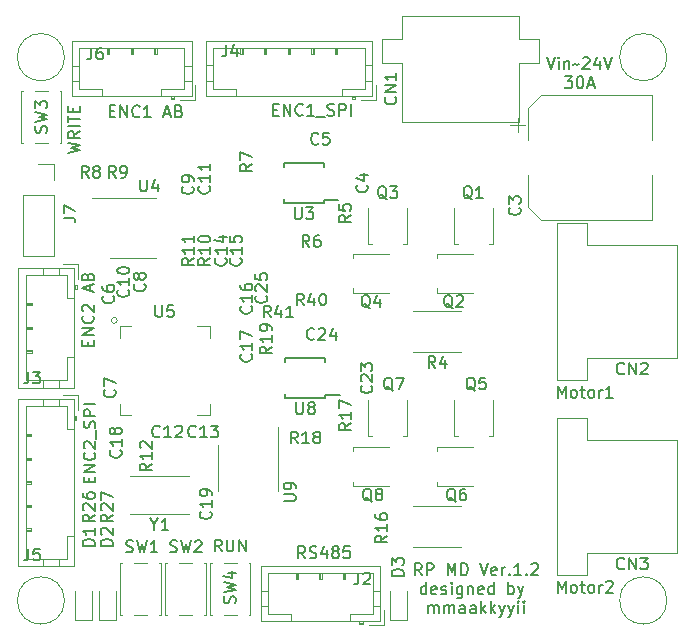
<source format=gto>
G04 #@! TF.GenerationSoftware,KiCad,Pcbnew,(6.0.6)*
G04 #@! TF.CreationDate,2022-09-05T23:03:05+09:00*
G04 #@! TF.ProjectId,RP_MD,52505f4d-442e-46b6-9963-61645f706362,rev?*
G04 #@! TF.SameCoordinates,Original*
G04 #@! TF.FileFunction,Legend,Top*
G04 #@! TF.FilePolarity,Positive*
%FSLAX46Y46*%
G04 Gerber Fmt 4.6, Leading zero omitted, Abs format (unit mm)*
G04 Created by KiCad (PCBNEW (6.0.6)) date 2022-09-05 23:03:05*
%MOMM*%
%LPD*%
G01*
G04 APERTURE LIST*
%ADD10C,0.120000*%
%ADD11C,0.150000*%
G04 APERTURE END LIST*
D10*
X113220000Y-52330000D02*
G75*
G03*
X113220000Y-52330000I-2000000J0D01*
G01*
X164220000Y-98330000D02*
G75*
G03*
X164220000Y-98330000I-2000000J0D01*
G01*
X113220000Y-98330000D02*
G75*
G03*
X113220000Y-98330000I-2000000J0D01*
G01*
X164220000Y-52330000D02*
G75*
G03*
X164220000Y-52330000I-2000000J0D01*
G01*
D11*
X115181071Y-76747309D02*
X115181071Y-76413976D01*
X115704880Y-76271119D02*
X115704880Y-76747309D01*
X114704880Y-76747309D01*
X114704880Y-76271119D01*
X115704880Y-75842547D02*
X114704880Y-75842547D01*
X115704880Y-75271119D01*
X114704880Y-75271119D01*
X115609642Y-74223500D02*
X115657261Y-74271119D01*
X115704880Y-74413976D01*
X115704880Y-74509214D01*
X115657261Y-74652071D01*
X115562023Y-74747309D01*
X115466785Y-74794928D01*
X115276309Y-74842547D01*
X115133452Y-74842547D01*
X114942976Y-74794928D01*
X114847738Y-74747309D01*
X114752500Y-74652071D01*
X114704880Y-74509214D01*
X114704880Y-74413976D01*
X114752500Y-74271119D01*
X114800119Y-74223500D01*
X114800119Y-73842547D02*
X114752500Y-73794928D01*
X114704880Y-73699690D01*
X114704880Y-73461595D01*
X114752500Y-73366357D01*
X114800119Y-73318738D01*
X114895357Y-73271119D01*
X114990595Y-73271119D01*
X115133452Y-73318738D01*
X115704880Y-73890166D01*
X115704880Y-73271119D01*
X115419166Y-72128261D02*
X115419166Y-71652071D01*
X115704880Y-72223500D02*
X114704880Y-71890166D01*
X115704880Y-71556833D01*
X115181071Y-70890166D02*
X115228690Y-70747309D01*
X115276309Y-70699690D01*
X115371547Y-70652071D01*
X115514404Y-70652071D01*
X115609642Y-70699690D01*
X115657261Y-70747309D01*
X115704880Y-70842547D01*
X115704880Y-71223500D01*
X114704880Y-71223500D01*
X114704880Y-70890166D01*
X114752500Y-70794928D01*
X114800119Y-70747309D01*
X114895357Y-70699690D01*
X114990595Y-70699690D01*
X115085833Y-70747309D01*
X115133452Y-70794928D01*
X115181071Y-70890166D01*
X115181071Y-71223500D01*
X115308071Y-88336023D02*
X115308071Y-88002690D01*
X115831880Y-87859833D02*
X115831880Y-88336023D01*
X114831880Y-88336023D01*
X114831880Y-87859833D01*
X115831880Y-87431261D02*
X114831880Y-87431261D01*
X115831880Y-86859833D01*
X114831880Y-86859833D01*
X115736642Y-85812214D02*
X115784261Y-85859833D01*
X115831880Y-86002690D01*
X115831880Y-86097928D01*
X115784261Y-86240785D01*
X115689023Y-86336023D01*
X115593785Y-86383642D01*
X115403309Y-86431261D01*
X115260452Y-86431261D01*
X115069976Y-86383642D01*
X114974738Y-86336023D01*
X114879500Y-86240785D01*
X114831880Y-86097928D01*
X114831880Y-86002690D01*
X114879500Y-85859833D01*
X114927119Y-85812214D01*
X114927119Y-85431261D02*
X114879500Y-85383642D01*
X114831880Y-85288404D01*
X114831880Y-85050309D01*
X114879500Y-84955071D01*
X114927119Y-84907452D01*
X115022357Y-84859833D01*
X115117595Y-84859833D01*
X115260452Y-84907452D01*
X115831880Y-85478880D01*
X115831880Y-84859833D01*
X115927119Y-84669357D02*
X115927119Y-83907452D01*
X115784261Y-83716976D02*
X115831880Y-83574119D01*
X115831880Y-83336023D01*
X115784261Y-83240785D01*
X115736642Y-83193166D01*
X115641404Y-83145547D01*
X115546166Y-83145547D01*
X115450928Y-83193166D01*
X115403309Y-83240785D01*
X115355690Y-83336023D01*
X115308071Y-83526500D01*
X115260452Y-83621738D01*
X115212833Y-83669357D01*
X115117595Y-83716976D01*
X115022357Y-83716976D01*
X114927119Y-83669357D01*
X114879500Y-83621738D01*
X114831880Y-83526500D01*
X114831880Y-83288404D01*
X114879500Y-83145547D01*
X115831880Y-82716976D02*
X114831880Y-82716976D01*
X114831880Y-82336023D01*
X114879500Y-82240785D01*
X114927119Y-82193166D01*
X115022357Y-82145547D01*
X115165214Y-82145547D01*
X115260452Y-82193166D01*
X115308071Y-82240785D01*
X115355690Y-82336023D01*
X115355690Y-82716976D01*
X115831880Y-81716976D02*
X114831880Y-81716976D01*
X133596261Y-94749880D02*
X133262928Y-94273690D01*
X133024833Y-94749880D02*
X133024833Y-93749880D01*
X133405785Y-93749880D01*
X133501023Y-93797500D01*
X133548642Y-93845119D01*
X133596261Y-93940357D01*
X133596261Y-94083214D01*
X133548642Y-94178452D01*
X133501023Y-94226071D01*
X133405785Y-94273690D01*
X133024833Y-94273690D01*
X133977214Y-94702261D02*
X134120071Y-94749880D01*
X134358166Y-94749880D01*
X134453404Y-94702261D01*
X134501023Y-94654642D01*
X134548642Y-94559404D01*
X134548642Y-94464166D01*
X134501023Y-94368928D01*
X134453404Y-94321309D01*
X134358166Y-94273690D01*
X134167690Y-94226071D01*
X134072452Y-94178452D01*
X134024833Y-94130833D01*
X133977214Y-94035595D01*
X133977214Y-93940357D01*
X134024833Y-93845119D01*
X134072452Y-93797500D01*
X134167690Y-93749880D01*
X134405785Y-93749880D01*
X134548642Y-93797500D01*
X135405785Y-94083214D02*
X135405785Y-94749880D01*
X135167690Y-93702261D02*
X134929595Y-94416547D01*
X135548642Y-94416547D01*
X136072452Y-94178452D02*
X135977214Y-94130833D01*
X135929595Y-94083214D01*
X135881976Y-93987976D01*
X135881976Y-93940357D01*
X135929595Y-93845119D01*
X135977214Y-93797500D01*
X136072452Y-93749880D01*
X136262928Y-93749880D01*
X136358166Y-93797500D01*
X136405785Y-93845119D01*
X136453404Y-93940357D01*
X136453404Y-93987976D01*
X136405785Y-94083214D01*
X136358166Y-94130833D01*
X136262928Y-94178452D01*
X136072452Y-94178452D01*
X135977214Y-94226071D01*
X135929595Y-94273690D01*
X135881976Y-94368928D01*
X135881976Y-94559404D01*
X135929595Y-94654642D01*
X135977214Y-94702261D01*
X136072452Y-94749880D01*
X136262928Y-94749880D01*
X136358166Y-94702261D01*
X136405785Y-94654642D01*
X136453404Y-94559404D01*
X136453404Y-94368928D01*
X136405785Y-94273690D01*
X136358166Y-94226071D01*
X136262928Y-94178452D01*
X137358166Y-93749880D02*
X136881976Y-93749880D01*
X136834357Y-94226071D01*
X136881976Y-94178452D01*
X136977214Y-94130833D01*
X137215309Y-94130833D01*
X137310547Y-94178452D01*
X137358166Y-94226071D01*
X137405785Y-94321309D01*
X137405785Y-94559404D01*
X137358166Y-94654642D01*
X137310547Y-94702261D01*
X137215309Y-94749880D01*
X136977214Y-94749880D01*
X136881976Y-94702261D01*
X136834357Y-94654642D01*
X117054690Y-56888071D02*
X117388023Y-56888071D01*
X117530880Y-57411880D02*
X117054690Y-57411880D01*
X117054690Y-56411880D01*
X117530880Y-56411880D01*
X117959452Y-57411880D02*
X117959452Y-56411880D01*
X118530880Y-57411880D01*
X118530880Y-56411880D01*
X119578500Y-57316642D02*
X119530880Y-57364261D01*
X119388023Y-57411880D01*
X119292785Y-57411880D01*
X119149928Y-57364261D01*
X119054690Y-57269023D01*
X119007071Y-57173785D01*
X118959452Y-56983309D01*
X118959452Y-56840452D01*
X119007071Y-56649976D01*
X119054690Y-56554738D01*
X119149928Y-56459500D01*
X119292785Y-56411880D01*
X119388023Y-56411880D01*
X119530880Y-56459500D01*
X119578500Y-56507119D01*
X120530880Y-57411880D02*
X119959452Y-57411880D01*
X120245166Y-57411880D02*
X120245166Y-56411880D01*
X120149928Y-56554738D01*
X120054690Y-56649976D01*
X119959452Y-56697595D01*
X121673738Y-57126166D02*
X122149928Y-57126166D01*
X121578500Y-57411880D02*
X121911833Y-56411880D01*
X122245166Y-57411880D01*
X122911833Y-56888071D02*
X123054690Y-56935690D01*
X123102309Y-56983309D01*
X123149928Y-57078547D01*
X123149928Y-57221404D01*
X123102309Y-57316642D01*
X123054690Y-57364261D01*
X122959452Y-57411880D01*
X122578500Y-57411880D01*
X122578500Y-56411880D01*
X122911833Y-56411880D01*
X123007071Y-56459500D01*
X123054690Y-56507119D01*
X123102309Y-56602357D01*
X123102309Y-56697595D01*
X123054690Y-56792833D01*
X123007071Y-56840452D01*
X122911833Y-56888071D01*
X122578500Y-56888071D01*
X143462952Y-96187880D02*
X143129619Y-95711690D01*
X142891523Y-96187880D02*
X142891523Y-95187880D01*
X143272476Y-95187880D01*
X143367714Y-95235500D01*
X143415333Y-95283119D01*
X143462952Y-95378357D01*
X143462952Y-95521214D01*
X143415333Y-95616452D01*
X143367714Y-95664071D01*
X143272476Y-95711690D01*
X142891523Y-95711690D01*
X143891523Y-96187880D02*
X143891523Y-95187880D01*
X144272476Y-95187880D01*
X144367714Y-95235500D01*
X144415333Y-95283119D01*
X144462952Y-95378357D01*
X144462952Y-95521214D01*
X144415333Y-95616452D01*
X144367714Y-95664071D01*
X144272476Y-95711690D01*
X143891523Y-95711690D01*
X145653428Y-96187880D02*
X145653428Y-95187880D01*
X145986761Y-95902166D01*
X146320095Y-95187880D01*
X146320095Y-96187880D01*
X146796285Y-96187880D02*
X146796285Y-95187880D01*
X147034380Y-95187880D01*
X147177238Y-95235500D01*
X147272476Y-95330738D01*
X147320095Y-95425976D01*
X147367714Y-95616452D01*
X147367714Y-95759309D01*
X147320095Y-95949785D01*
X147272476Y-96045023D01*
X147177238Y-96140261D01*
X147034380Y-96187880D01*
X146796285Y-96187880D01*
X148415333Y-95187880D02*
X148748666Y-96187880D01*
X149082000Y-95187880D01*
X149796285Y-96140261D02*
X149701047Y-96187880D01*
X149510571Y-96187880D01*
X149415333Y-96140261D01*
X149367714Y-96045023D01*
X149367714Y-95664071D01*
X149415333Y-95568833D01*
X149510571Y-95521214D01*
X149701047Y-95521214D01*
X149796285Y-95568833D01*
X149843904Y-95664071D01*
X149843904Y-95759309D01*
X149367714Y-95854547D01*
X150272476Y-96187880D02*
X150272476Y-95521214D01*
X150272476Y-95711690D02*
X150320095Y-95616452D01*
X150367714Y-95568833D01*
X150462952Y-95521214D01*
X150558190Y-95521214D01*
X150891523Y-96092642D02*
X150939142Y-96140261D01*
X150891523Y-96187880D01*
X150843904Y-96140261D01*
X150891523Y-96092642D01*
X150891523Y-96187880D01*
X151891523Y-96187880D02*
X151320095Y-96187880D01*
X151605809Y-96187880D02*
X151605809Y-95187880D01*
X151510571Y-95330738D01*
X151415333Y-95425976D01*
X151320095Y-95473595D01*
X152320095Y-96092642D02*
X152367714Y-96140261D01*
X152320095Y-96187880D01*
X152272476Y-96140261D01*
X152320095Y-96092642D01*
X152320095Y-96187880D01*
X152748666Y-95283119D02*
X152796285Y-95235500D01*
X152891523Y-95187880D01*
X153129619Y-95187880D01*
X153224857Y-95235500D01*
X153272476Y-95283119D01*
X153320095Y-95378357D01*
X153320095Y-95473595D01*
X153272476Y-95616452D01*
X152701047Y-96187880D01*
X153320095Y-96187880D01*
X143843904Y-97797880D02*
X143843904Y-96797880D01*
X143843904Y-97750261D02*
X143748666Y-97797880D01*
X143558190Y-97797880D01*
X143462952Y-97750261D01*
X143415333Y-97702642D01*
X143367714Y-97607404D01*
X143367714Y-97321690D01*
X143415333Y-97226452D01*
X143462952Y-97178833D01*
X143558190Y-97131214D01*
X143748666Y-97131214D01*
X143843904Y-97178833D01*
X144701047Y-97750261D02*
X144605809Y-97797880D01*
X144415333Y-97797880D01*
X144320095Y-97750261D01*
X144272476Y-97655023D01*
X144272476Y-97274071D01*
X144320095Y-97178833D01*
X144415333Y-97131214D01*
X144605809Y-97131214D01*
X144701047Y-97178833D01*
X144748666Y-97274071D01*
X144748666Y-97369309D01*
X144272476Y-97464547D01*
X145129619Y-97750261D02*
X145224857Y-97797880D01*
X145415333Y-97797880D01*
X145510571Y-97750261D01*
X145558190Y-97655023D01*
X145558190Y-97607404D01*
X145510571Y-97512166D01*
X145415333Y-97464547D01*
X145272476Y-97464547D01*
X145177238Y-97416928D01*
X145129619Y-97321690D01*
X145129619Y-97274071D01*
X145177238Y-97178833D01*
X145272476Y-97131214D01*
X145415333Y-97131214D01*
X145510571Y-97178833D01*
X145986761Y-97797880D02*
X145986761Y-97131214D01*
X145986761Y-96797880D02*
X145939142Y-96845500D01*
X145986761Y-96893119D01*
X146034380Y-96845500D01*
X145986761Y-96797880D01*
X145986761Y-96893119D01*
X146891523Y-97131214D02*
X146891523Y-97940738D01*
X146843904Y-98035976D01*
X146796285Y-98083595D01*
X146701047Y-98131214D01*
X146558190Y-98131214D01*
X146462952Y-98083595D01*
X146891523Y-97750261D02*
X146796285Y-97797880D01*
X146605809Y-97797880D01*
X146510571Y-97750261D01*
X146462952Y-97702642D01*
X146415333Y-97607404D01*
X146415333Y-97321690D01*
X146462952Y-97226452D01*
X146510571Y-97178833D01*
X146605809Y-97131214D01*
X146796285Y-97131214D01*
X146891523Y-97178833D01*
X147367714Y-97131214D02*
X147367714Y-97797880D01*
X147367714Y-97226452D02*
X147415333Y-97178833D01*
X147510571Y-97131214D01*
X147653428Y-97131214D01*
X147748666Y-97178833D01*
X147796285Y-97274071D01*
X147796285Y-97797880D01*
X148653428Y-97750261D02*
X148558190Y-97797880D01*
X148367714Y-97797880D01*
X148272476Y-97750261D01*
X148224857Y-97655023D01*
X148224857Y-97274071D01*
X148272476Y-97178833D01*
X148367714Y-97131214D01*
X148558190Y-97131214D01*
X148653428Y-97178833D01*
X148701047Y-97274071D01*
X148701047Y-97369309D01*
X148224857Y-97464547D01*
X149558190Y-97797880D02*
X149558190Y-96797880D01*
X149558190Y-97750261D02*
X149462952Y-97797880D01*
X149272476Y-97797880D01*
X149177238Y-97750261D01*
X149129619Y-97702642D01*
X149082000Y-97607404D01*
X149082000Y-97321690D01*
X149129619Y-97226452D01*
X149177238Y-97178833D01*
X149272476Y-97131214D01*
X149462952Y-97131214D01*
X149558190Y-97178833D01*
X150796285Y-97797880D02*
X150796285Y-96797880D01*
X150796285Y-97178833D02*
X150891523Y-97131214D01*
X151082000Y-97131214D01*
X151177238Y-97178833D01*
X151224857Y-97226452D01*
X151272476Y-97321690D01*
X151272476Y-97607404D01*
X151224857Y-97702642D01*
X151177238Y-97750261D01*
X151082000Y-97797880D01*
X150891523Y-97797880D01*
X150796285Y-97750261D01*
X151605809Y-97131214D02*
X151843904Y-97797880D01*
X152082000Y-97131214D02*
X151843904Y-97797880D01*
X151748666Y-98035976D01*
X151701047Y-98083595D01*
X151605809Y-98131214D01*
X144034380Y-99407880D02*
X144034380Y-98741214D01*
X144034380Y-98836452D02*
X144082000Y-98788833D01*
X144177238Y-98741214D01*
X144320095Y-98741214D01*
X144415333Y-98788833D01*
X144462952Y-98884071D01*
X144462952Y-99407880D01*
X144462952Y-98884071D02*
X144510571Y-98788833D01*
X144605809Y-98741214D01*
X144748666Y-98741214D01*
X144843904Y-98788833D01*
X144891523Y-98884071D01*
X144891523Y-99407880D01*
X145367714Y-99407880D02*
X145367714Y-98741214D01*
X145367714Y-98836452D02*
X145415333Y-98788833D01*
X145510571Y-98741214D01*
X145653428Y-98741214D01*
X145748666Y-98788833D01*
X145796285Y-98884071D01*
X145796285Y-99407880D01*
X145796285Y-98884071D02*
X145843904Y-98788833D01*
X145939142Y-98741214D01*
X146082000Y-98741214D01*
X146177238Y-98788833D01*
X146224857Y-98884071D01*
X146224857Y-99407880D01*
X147129619Y-99407880D02*
X147129619Y-98884071D01*
X147082000Y-98788833D01*
X146986761Y-98741214D01*
X146796285Y-98741214D01*
X146701047Y-98788833D01*
X147129619Y-99360261D02*
X147034380Y-99407880D01*
X146796285Y-99407880D01*
X146701047Y-99360261D01*
X146653428Y-99265023D01*
X146653428Y-99169785D01*
X146701047Y-99074547D01*
X146796285Y-99026928D01*
X147034380Y-99026928D01*
X147129619Y-98979309D01*
X148034380Y-99407880D02*
X148034380Y-98884071D01*
X147986761Y-98788833D01*
X147891523Y-98741214D01*
X147701047Y-98741214D01*
X147605809Y-98788833D01*
X148034380Y-99360261D02*
X147939142Y-99407880D01*
X147701047Y-99407880D01*
X147605809Y-99360261D01*
X147558190Y-99265023D01*
X147558190Y-99169785D01*
X147605809Y-99074547D01*
X147701047Y-99026928D01*
X147939142Y-99026928D01*
X148034380Y-98979309D01*
X148510571Y-99407880D02*
X148510571Y-98407880D01*
X148605809Y-99026928D02*
X148891523Y-99407880D01*
X148891523Y-98741214D02*
X148510571Y-99122166D01*
X149320095Y-99407880D02*
X149320095Y-98407880D01*
X149415333Y-99026928D02*
X149701047Y-99407880D01*
X149701047Y-98741214D02*
X149320095Y-99122166D01*
X150034380Y-98741214D02*
X150272476Y-99407880D01*
X150510571Y-98741214D02*
X150272476Y-99407880D01*
X150177238Y-99645976D01*
X150129619Y-99693595D01*
X150034380Y-99741214D01*
X150796285Y-98741214D02*
X151034380Y-99407880D01*
X151272476Y-98741214D02*
X151034380Y-99407880D01*
X150939142Y-99645976D01*
X150891523Y-99693595D01*
X150796285Y-99741214D01*
X151653428Y-99407880D02*
X151653428Y-98741214D01*
X151653428Y-98407880D02*
X151605809Y-98455500D01*
X151653428Y-98503119D01*
X151701047Y-98455500D01*
X151653428Y-98407880D01*
X151653428Y-98503119D01*
X152129619Y-99407880D02*
X152129619Y-98741214D01*
X152129619Y-98407880D02*
X152082000Y-98455500D01*
X152129619Y-98503119D01*
X152177238Y-98455500D01*
X152129619Y-98407880D01*
X152129619Y-98503119D01*
X113498380Y-60420000D02*
X114498380Y-60181904D01*
X113784095Y-59991428D01*
X114498380Y-59800952D01*
X113498380Y-59562857D01*
X114498380Y-58610476D02*
X114022190Y-58943809D01*
X114498380Y-59181904D02*
X113498380Y-59181904D01*
X113498380Y-58800952D01*
X113546000Y-58705714D01*
X113593619Y-58658095D01*
X113688857Y-58610476D01*
X113831714Y-58610476D01*
X113926952Y-58658095D01*
X113974571Y-58705714D01*
X114022190Y-58800952D01*
X114022190Y-59181904D01*
X114498380Y-58181904D02*
X113498380Y-58181904D01*
X113498380Y-57848571D02*
X113498380Y-57277142D01*
X114498380Y-57562857D02*
X113498380Y-57562857D01*
X113974571Y-56943809D02*
X113974571Y-56610476D01*
X114498380Y-56467619D02*
X114498380Y-56943809D01*
X113498380Y-56943809D01*
X113498380Y-56467619D01*
X154979976Y-81160880D02*
X154979976Y-80160880D01*
X155313309Y-80875166D01*
X155646642Y-80160880D01*
X155646642Y-81160880D01*
X156265690Y-81160880D02*
X156170452Y-81113261D01*
X156122833Y-81065642D01*
X156075214Y-80970404D01*
X156075214Y-80684690D01*
X156122833Y-80589452D01*
X156170452Y-80541833D01*
X156265690Y-80494214D01*
X156408547Y-80494214D01*
X156503785Y-80541833D01*
X156551404Y-80589452D01*
X156599023Y-80684690D01*
X156599023Y-80970404D01*
X156551404Y-81065642D01*
X156503785Y-81113261D01*
X156408547Y-81160880D01*
X156265690Y-81160880D01*
X156884738Y-80494214D02*
X157265690Y-80494214D01*
X157027595Y-80160880D02*
X157027595Y-81018023D01*
X157075214Y-81113261D01*
X157170452Y-81160880D01*
X157265690Y-81160880D01*
X157741880Y-81160880D02*
X157646642Y-81113261D01*
X157599023Y-81065642D01*
X157551404Y-80970404D01*
X157551404Y-80684690D01*
X157599023Y-80589452D01*
X157646642Y-80541833D01*
X157741880Y-80494214D01*
X157884738Y-80494214D01*
X157979976Y-80541833D01*
X158027595Y-80589452D01*
X158075214Y-80684690D01*
X158075214Y-80970404D01*
X158027595Y-81065642D01*
X157979976Y-81113261D01*
X157884738Y-81160880D01*
X157741880Y-81160880D01*
X158503785Y-81160880D02*
X158503785Y-80494214D01*
X158503785Y-80684690D02*
X158551404Y-80589452D01*
X158599023Y-80541833D01*
X158694261Y-80494214D01*
X158789500Y-80494214D01*
X159646642Y-81160880D02*
X159075214Y-81160880D01*
X159360928Y-81160880D02*
X159360928Y-80160880D01*
X159265690Y-80303738D01*
X159170452Y-80398976D01*
X159075214Y-80446595D01*
X126515904Y-94178380D02*
X126182571Y-93702190D01*
X125944476Y-94178380D02*
X125944476Y-93178380D01*
X126325428Y-93178380D01*
X126420666Y-93226000D01*
X126468285Y-93273619D01*
X126515904Y-93368857D01*
X126515904Y-93511714D01*
X126468285Y-93606952D01*
X126420666Y-93654571D01*
X126325428Y-93702190D01*
X125944476Y-93702190D01*
X126944476Y-93178380D02*
X126944476Y-93987904D01*
X126992095Y-94083142D01*
X127039714Y-94130761D01*
X127134952Y-94178380D01*
X127325428Y-94178380D01*
X127420666Y-94130761D01*
X127468285Y-94083142D01*
X127515904Y-93987904D01*
X127515904Y-93178380D01*
X127992095Y-94178380D02*
X127992095Y-93178380D01*
X128563523Y-94178380D01*
X128563523Y-93178380D01*
X130865976Y-56761071D02*
X131199309Y-56761071D01*
X131342166Y-57284880D02*
X130865976Y-57284880D01*
X130865976Y-56284880D01*
X131342166Y-56284880D01*
X131770738Y-57284880D02*
X131770738Y-56284880D01*
X132342166Y-57284880D01*
X132342166Y-56284880D01*
X133389785Y-57189642D02*
X133342166Y-57237261D01*
X133199309Y-57284880D01*
X133104071Y-57284880D01*
X132961214Y-57237261D01*
X132865976Y-57142023D01*
X132818357Y-57046785D01*
X132770738Y-56856309D01*
X132770738Y-56713452D01*
X132818357Y-56522976D01*
X132865976Y-56427738D01*
X132961214Y-56332500D01*
X133104071Y-56284880D01*
X133199309Y-56284880D01*
X133342166Y-56332500D01*
X133389785Y-56380119D01*
X134342166Y-57284880D02*
X133770738Y-57284880D01*
X134056452Y-57284880D02*
X134056452Y-56284880D01*
X133961214Y-56427738D01*
X133865976Y-56522976D01*
X133770738Y-56570595D01*
X134532642Y-57380119D02*
X135294547Y-57380119D01*
X135485023Y-57237261D02*
X135627880Y-57284880D01*
X135865976Y-57284880D01*
X135961214Y-57237261D01*
X136008833Y-57189642D01*
X136056452Y-57094404D01*
X136056452Y-56999166D01*
X136008833Y-56903928D01*
X135961214Y-56856309D01*
X135865976Y-56808690D01*
X135675500Y-56761071D01*
X135580261Y-56713452D01*
X135532642Y-56665833D01*
X135485023Y-56570595D01*
X135485023Y-56475357D01*
X135532642Y-56380119D01*
X135580261Y-56332500D01*
X135675500Y-56284880D01*
X135913595Y-56284880D01*
X136056452Y-56332500D01*
X136485023Y-57284880D02*
X136485023Y-56284880D01*
X136865976Y-56284880D01*
X136961214Y-56332500D01*
X137008833Y-56380119D01*
X137056452Y-56475357D01*
X137056452Y-56618214D01*
X137008833Y-56713452D01*
X136961214Y-56761071D01*
X136865976Y-56808690D01*
X136485023Y-56808690D01*
X137485023Y-57284880D02*
X137485023Y-56284880D01*
X154979976Y-97670880D02*
X154979976Y-96670880D01*
X155313309Y-97385166D01*
X155646642Y-96670880D01*
X155646642Y-97670880D01*
X156265690Y-97670880D02*
X156170452Y-97623261D01*
X156122833Y-97575642D01*
X156075214Y-97480404D01*
X156075214Y-97194690D01*
X156122833Y-97099452D01*
X156170452Y-97051833D01*
X156265690Y-97004214D01*
X156408547Y-97004214D01*
X156503785Y-97051833D01*
X156551404Y-97099452D01*
X156599023Y-97194690D01*
X156599023Y-97480404D01*
X156551404Y-97575642D01*
X156503785Y-97623261D01*
X156408547Y-97670880D01*
X156265690Y-97670880D01*
X156884738Y-97004214D02*
X157265690Y-97004214D01*
X157027595Y-96670880D02*
X157027595Y-97528023D01*
X157075214Y-97623261D01*
X157170452Y-97670880D01*
X157265690Y-97670880D01*
X157741880Y-97670880D02*
X157646642Y-97623261D01*
X157599023Y-97575642D01*
X157551404Y-97480404D01*
X157551404Y-97194690D01*
X157599023Y-97099452D01*
X157646642Y-97051833D01*
X157741880Y-97004214D01*
X157884738Y-97004214D01*
X157979976Y-97051833D01*
X158027595Y-97099452D01*
X158075214Y-97194690D01*
X158075214Y-97480404D01*
X158027595Y-97575642D01*
X157979976Y-97623261D01*
X157884738Y-97670880D01*
X157741880Y-97670880D01*
X158503785Y-97670880D02*
X158503785Y-97004214D01*
X158503785Y-97194690D02*
X158551404Y-97099452D01*
X158599023Y-97051833D01*
X158694261Y-97004214D01*
X158789500Y-97004214D01*
X159075214Y-96766119D02*
X159122833Y-96718500D01*
X159218071Y-96670880D01*
X159456166Y-96670880D01*
X159551404Y-96718500D01*
X159599023Y-96766119D01*
X159646642Y-96861357D01*
X159646642Y-96956595D01*
X159599023Y-97099452D01*
X159027595Y-97670880D01*
X159646642Y-97670880D01*
X154057695Y-52342980D02*
X154391028Y-53342980D01*
X154724361Y-52342980D01*
X155057695Y-53342980D02*
X155057695Y-52676314D01*
X155057695Y-52342980D02*
X155010076Y-52390600D01*
X155057695Y-52438219D01*
X155105314Y-52390600D01*
X155057695Y-52342980D01*
X155057695Y-52438219D01*
X155533885Y-52676314D02*
X155533885Y-53342980D01*
X155533885Y-52771552D02*
X155581504Y-52723933D01*
X155676742Y-52676314D01*
X155819600Y-52676314D01*
X155914838Y-52723933D01*
X155962457Y-52819171D01*
X155962457Y-53342980D01*
X156295790Y-52962028D02*
X156343409Y-52914409D01*
X156438647Y-52866790D01*
X156629123Y-52962028D01*
X156724361Y-52914409D01*
X156771980Y-52866790D01*
X157105314Y-52438219D02*
X157152933Y-52390600D01*
X157248171Y-52342980D01*
X157486266Y-52342980D01*
X157581504Y-52390600D01*
X157629123Y-52438219D01*
X157676742Y-52533457D01*
X157676742Y-52628695D01*
X157629123Y-52771552D01*
X157057695Y-53342980D01*
X157676742Y-53342980D01*
X158533885Y-52676314D02*
X158533885Y-53342980D01*
X158295790Y-52295361D02*
X158057695Y-53009647D01*
X158676742Y-53009647D01*
X158914838Y-52342980D02*
X159248171Y-53342980D01*
X159581504Y-52342980D01*
X155581504Y-53952980D02*
X156200552Y-53952980D01*
X155867219Y-54333933D01*
X156010076Y-54333933D01*
X156105314Y-54381552D01*
X156152933Y-54429171D01*
X156200552Y-54524409D01*
X156200552Y-54762504D01*
X156152933Y-54857742D01*
X156105314Y-54905361D01*
X156010076Y-54952980D01*
X155724361Y-54952980D01*
X155629123Y-54905361D01*
X155581504Y-54857742D01*
X156819600Y-53952980D02*
X156914838Y-53952980D01*
X157010076Y-54000600D01*
X157057695Y-54048219D01*
X157105314Y-54143457D01*
X157152933Y-54333933D01*
X157152933Y-54572028D01*
X157105314Y-54762504D01*
X157057695Y-54857742D01*
X157010076Y-54905361D01*
X156914838Y-54952980D01*
X156819600Y-54952980D01*
X156724361Y-54905361D01*
X156676742Y-54857742D01*
X156629123Y-54762504D01*
X156581504Y-54572028D01*
X156581504Y-54333933D01*
X156629123Y-54143457D01*
X156676742Y-54048219D01*
X156724361Y-54000600D01*
X156819600Y-53952980D01*
X157533885Y-54667266D02*
X158010076Y-54667266D01*
X157438647Y-54952980D02*
X157771980Y-53952980D01*
X158105314Y-54952980D01*
X117324142Y-72556666D02*
X117371761Y-72604285D01*
X117419380Y-72747142D01*
X117419380Y-72842380D01*
X117371761Y-72985238D01*
X117276523Y-73080476D01*
X117181285Y-73128095D01*
X116990809Y-73175714D01*
X116847952Y-73175714D01*
X116657476Y-73128095D01*
X116562238Y-73080476D01*
X116467000Y-72985238D01*
X116419380Y-72842380D01*
X116419380Y-72747142D01*
X116467000Y-72604285D01*
X116514619Y-72556666D01*
X116419380Y-71699523D02*
X116419380Y-71890000D01*
X116467000Y-71985238D01*
X116514619Y-72032857D01*
X116657476Y-72128095D01*
X116847952Y-72175714D01*
X117228904Y-72175714D01*
X117324142Y-72128095D01*
X117371761Y-72080476D01*
X117419380Y-71985238D01*
X117419380Y-71794761D01*
X117371761Y-71699523D01*
X117324142Y-71651904D01*
X117228904Y-71604285D01*
X116990809Y-71604285D01*
X116895571Y-71651904D01*
X116847952Y-71699523D01*
X116800333Y-71794761D01*
X116800333Y-71985238D01*
X116847952Y-72080476D01*
X116895571Y-72128095D01*
X116990809Y-72175714D01*
X117451142Y-80494166D02*
X117498761Y-80541785D01*
X117546380Y-80684642D01*
X117546380Y-80779880D01*
X117498761Y-80922738D01*
X117403523Y-81017976D01*
X117308285Y-81065595D01*
X117117809Y-81113214D01*
X116974952Y-81113214D01*
X116784476Y-81065595D01*
X116689238Y-81017976D01*
X116594000Y-80922738D01*
X116546380Y-80779880D01*
X116546380Y-80684642D01*
X116594000Y-80541785D01*
X116641619Y-80494166D01*
X116546380Y-80160833D02*
X116546380Y-79494166D01*
X117546380Y-79922738D01*
X119991142Y-71540666D02*
X120038761Y-71588285D01*
X120086380Y-71731142D01*
X120086380Y-71826380D01*
X120038761Y-71969238D01*
X119943523Y-72064476D01*
X119848285Y-72112095D01*
X119657809Y-72159714D01*
X119514952Y-72159714D01*
X119324476Y-72112095D01*
X119229238Y-72064476D01*
X119134000Y-71969238D01*
X119086380Y-71826380D01*
X119086380Y-71731142D01*
X119134000Y-71588285D01*
X119181619Y-71540666D01*
X119514952Y-70969238D02*
X119467333Y-71064476D01*
X119419714Y-71112095D01*
X119324476Y-71159714D01*
X119276857Y-71159714D01*
X119181619Y-71112095D01*
X119134000Y-71064476D01*
X119086380Y-70969238D01*
X119086380Y-70778761D01*
X119134000Y-70683523D01*
X119181619Y-70635904D01*
X119276857Y-70588285D01*
X119324476Y-70588285D01*
X119419714Y-70635904D01*
X119467333Y-70683523D01*
X119514952Y-70778761D01*
X119514952Y-70969238D01*
X119562571Y-71064476D01*
X119610190Y-71112095D01*
X119705428Y-71159714D01*
X119895904Y-71159714D01*
X119991142Y-71112095D01*
X120038761Y-71064476D01*
X120086380Y-70969238D01*
X120086380Y-70778761D01*
X120038761Y-70683523D01*
X119991142Y-70635904D01*
X119895904Y-70588285D01*
X119705428Y-70588285D01*
X119610190Y-70635904D01*
X119562571Y-70683523D01*
X119514952Y-70778761D01*
X124055142Y-63285666D02*
X124102761Y-63333285D01*
X124150380Y-63476142D01*
X124150380Y-63571380D01*
X124102761Y-63714238D01*
X124007523Y-63809476D01*
X123912285Y-63857095D01*
X123721809Y-63904714D01*
X123578952Y-63904714D01*
X123388476Y-63857095D01*
X123293238Y-63809476D01*
X123198000Y-63714238D01*
X123150380Y-63571380D01*
X123150380Y-63476142D01*
X123198000Y-63333285D01*
X123245619Y-63285666D01*
X124150380Y-62809476D02*
X124150380Y-62619000D01*
X124102761Y-62523761D01*
X124055142Y-62476142D01*
X123912285Y-62380904D01*
X123721809Y-62333285D01*
X123340857Y-62333285D01*
X123245619Y-62380904D01*
X123198000Y-62428523D01*
X123150380Y-62523761D01*
X123150380Y-62714238D01*
X123198000Y-62809476D01*
X123245619Y-62857095D01*
X123340857Y-62904714D01*
X123578952Y-62904714D01*
X123674190Y-62857095D01*
X123721809Y-62809476D01*
X123769428Y-62714238D01*
X123769428Y-62523761D01*
X123721809Y-62428523D01*
X123674190Y-62380904D01*
X123578952Y-62333285D01*
X118594142Y-72016857D02*
X118641761Y-72064476D01*
X118689380Y-72207333D01*
X118689380Y-72302571D01*
X118641761Y-72445428D01*
X118546523Y-72540666D01*
X118451285Y-72588285D01*
X118260809Y-72635904D01*
X118117952Y-72635904D01*
X117927476Y-72588285D01*
X117832238Y-72540666D01*
X117737000Y-72445428D01*
X117689380Y-72302571D01*
X117689380Y-72207333D01*
X117737000Y-72064476D01*
X117784619Y-72016857D01*
X118689380Y-71064476D02*
X118689380Y-71635904D01*
X118689380Y-71350190D02*
X117689380Y-71350190D01*
X117832238Y-71445428D01*
X117927476Y-71540666D01*
X117975095Y-71635904D01*
X117689380Y-70445428D02*
X117689380Y-70350190D01*
X117737000Y-70254952D01*
X117784619Y-70207333D01*
X117879857Y-70159714D01*
X118070333Y-70112095D01*
X118308428Y-70112095D01*
X118498904Y-70159714D01*
X118594142Y-70207333D01*
X118641761Y-70254952D01*
X118689380Y-70350190D01*
X118689380Y-70445428D01*
X118641761Y-70540666D01*
X118594142Y-70588285D01*
X118498904Y-70635904D01*
X118308428Y-70683523D01*
X118070333Y-70683523D01*
X117879857Y-70635904D01*
X117784619Y-70588285D01*
X117737000Y-70540666D01*
X117689380Y-70445428D01*
X125452142Y-63253857D02*
X125499761Y-63301476D01*
X125547380Y-63444333D01*
X125547380Y-63539571D01*
X125499761Y-63682428D01*
X125404523Y-63777666D01*
X125309285Y-63825285D01*
X125118809Y-63872904D01*
X124975952Y-63872904D01*
X124785476Y-63825285D01*
X124690238Y-63777666D01*
X124595000Y-63682428D01*
X124547380Y-63539571D01*
X124547380Y-63444333D01*
X124595000Y-63301476D01*
X124642619Y-63253857D01*
X125547380Y-62301476D02*
X125547380Y-62872904D01*
X125547380Y-62587190D02*
X124547380Y-62587190D01*
X124690238Y-62682428D01*
X124785476Y-62777666D01*
X124833095Y-62872904D01*
X125547380Y-61349095D02*
X125547380Y-61920523D01*
X125547380Y-61634809D02*
X124547380Y-61634809D01*
X124690238Y-61730047D01*
X124785476Y-61825285D01*
X124833095Y-61920523D01*
X121277142Y-84431142D02*
X121229523Y-84478761D01*
X121086666Y-84526380D01*
X120991428Y-84526380D01*
X120848571Y-84478761D01*
X120753333Y-84383523D01*
X120705714Y-84288285D01*
X120658095Y-84097809D01*
X120658095Y-83954952D01*
X120705714Y-83764476D01*
X120753333Y-83669238D01*
X120848571Y-83574000D01*
X120991428Y-83526380D01*
X121086666Y-83526380D01*
X121229523Y-83574000D01*
X121277142Y-83621619D01*
X122229523Y-84526380D02*
X121658095Y-84526380D01*
X121943809Y-84526380D02*
X121943809Y-83526380D01*
X121848571Y-83669238D01*
X121753333Y-83764476D01*
X121658095Y-83812095D01*
X122610476Y-83621619D02*
X122658095Y-83574000D01*
X122753333Y-83526380D01*
X122991428Y-83526380D01*
X123086666Y-83574000D01*
X123134285Y-83621619D01*
X123181904Y-83716857D01*
X123181904Y-83812095D01*
X123134285Y-83954952D01*
X122562857Y-84526380D01*
X123181904Y-84526380D01*
X126849142Y-69349857D02*
X126896761Y-69397476D01*
X126944380Y-69540333D01*
X126944380Y-69635571D01*
X126896761Y-69778428D01*
X126801523Y-69873666D01*
X126706285Y-69921285D01*
X126515809Y-69968904D01*
X126372952Y-69968904D01*
X126182476Y-69921285D01*
X126087238Y-69873666D01*
X125992000Y-69778428D01*
X125944380Y-69635571D01*
X125944380Y-69540333D01*
X125992000Y-69397476D01*
X126039619Y-69349857D01*
X126944380Y-68397476D02*
X126944380Y-68968904D01*
X126944380Y-68683190D02*
X125944380Y-68683190D01*
X126087238Y-68778428D01*
X126182476Y-68873666D01*
X126230095Y-68968904D01*
X126277714Y-67540333D02*
X126944380Y-67540333D01*
X125896761Y-67778428D02*
X126611047Y-68016523D01*
X126611047Y-67397476D01*
X128119142Y-69349857D02*
X128166761Y-69397476D01*
X128214380Y-69540333D01*
X128214380Y-69635571D01*
X128166761Y-69778428D01*
X128071523Y-69873666D01*
X127976285Y-69921285D01*
X127785809Y-69968904D01*
X127642952Y-69968904D01*
X127452476Y-69921285D01*
X127357238Y-69873666D01*
X127262000Y-69778428D01*
X127214380Y-69635571D01*
X127214380Y-69540333D01*
X127262000Y-69397476D01*
X127309619Y-69349857D01*
X128214380Y-68397476D02*
X128214380Y-68968904D01*
X128214380Y-68683190D02*
X127214380Y-68683190D01*
X127357238Y-68778428D01*
X127452476Y-68873666D01*
X127500095Y-68968904D01*
X127214380Y-67492714D02*
X127214380Y-67968904D01*
X127690571Y-68016523D01*
X127642952Y-67968904D01*
X127595333Y-67873666D01*
X127595333Y-67635571D01*
X127642952Y-67540333D01*
X127690571Y-67492714D01*
X127785809Y-67445095D01*
X128023904Y-67445095D01*
X128119142Y-67492714D01*
X128166761Y-67540333D01*
X128214380Y-67635571D01*
X128214380Y-67873666D01*
X128166761Y-67968904D01*
X128119142Y-68016523D01*
X117959142Y-85605857D02*
X118006761Y-85653476D01*
X118054380Y-85796333D01*
X118054380Y-85891571D01*
X118006761Y-86034428D01*
X117911523Y-86129666D01*
X117816285Y-86177285D01*
X117625809Y-86224904D01*
X117482952Y-86224904D01*
X117292476Y-86177285D01*
X117197238Y-86129666D01*
X117102000Y-86034428D01*
X117054380Y-85891571D01*
X117054380Y-85796333D01*
X117102000Y-85653476D01*
X117149619Y-85605857D01*
X118054380Y-84653476D02*
X118054380Y-85224904D01*
X118054380Y-84939190D02*
X117054380Y-84939190D01*
X117197238Y-85034428D01*
X117292476Y-85129666D01*
X117340095Y-85224904D01*
X117482952Y-84082047D02*
X117435333Y-84177285D01*
X117387714Y-84224904D01*
X117292476Y-84272523D01*
X117244857Y-84272523D01*
X117149619Y-84224904D01*
X117102000Y-84177285D01*
X117054380Y-84082047D01*
X117054380Y-83891571D01*
X117102000Y-83796333D01*
X117149619Y-83748714D01*
X117244857Y-83701095D01*
X117292476Y-83701095D01*
X117387714Y-83748714D01*
X117435333Y-83796333D01*
X117482952Y-83891571D01*
X117482952Y-84082047D01*
X117530571Y-84177285D01*
X117578190Y-84224904D01*
X117673428Y-84272523D01*
X117863904Y-84272523D01*
X117959142Y-84224904D01*
X118006761Y-84177285D01*
X118054380Y-84082047D01*
X118054380Y-83891571D01*
X118006761Y-83796333D01*
X117959142Y-83748714D01*
X117863904Y-83701095D01*
X117673428Y-83701095D01*
X117578190Y-83748714D01*
X117530571Y-83796333D01*
X117482952Y-83891571D01*
X125579142Y-90812857D02*
X125626761Y-90860476D01*
X125674380Y-91003333D01*
X125674380Y-91098571D01*
X125626761Y-91241428D01*
X125531523Y-91336666D01*
X125436285Y-91384285D01*
X125245809Y-91431904D01*
X125102952Y-91431904D01*
X124912476Y-91384285D01*
X124817238Y-91336666D01*
X124722000Y-91241428D01*
X124674380Y-91098571D01*
X124674380Y-91003333D01*
X124722000Y-90860476D01*
X124769619Y-90812857D01*
X125674380Y-89860476D02*
X125674380Y-90431904D01*
X125674380Y-90146190D02*
X124674380Y-90146190D01*
X124817238Y-90241428D01*
X124912476Y-90336666D01*
X124960095Y-90431904D01*
X125674380Y-89384285D02*
X125674380Y-89193809D01*
X125626761Y-89098571D01*
X125579142Y-89050952D01*
X125436285Y-88955714D01*
X125245809Y-88908095D01*
X124864857Y-88908095D01*
X124769619Y-88955714D01*
X124722000Y-89003333D01*
X124674380Y-89098571D01*
X124674380Y-89289047D01*
X124722000Y-89384285D01*
X124769619Y-89431904D01*
X124864857Y-89479523D01*
X125102952Y-89479523D01*
X125198190Y-89431904D01*
X125245809Y-89384285D01*
X125293428Y-89289047D01*
X125293428Y-89098571D01*
X125245809Y-89003333D01*
X125198190Y-88955714D01*
X125102952Y-88908095D01*
X138814142Y-63158666D02*
X138861761Y-63206285D01*
X138909380Y-63349142D01*
X138909380Y-63444380D01*
X138861761Y-63587238D01*
X138766523Y-63682476D01*
X138671285Y-63730095D01*
X138480809Y-63777714D01*
X138337952Y-63777714D01*
X138147476Y-63730095D01*
X138052238Y-63682476D01*
X137957000Y-63587238D01*
X137909380Y-63444380D01*
X137909380Y-63349142D01*
X137957000Y-63206285D01*
X138004619Y-63158666D01*
X138242714Y-62301523D02*
X138909380Y-62301523D01*
X137861761Y-62539619D02*
X138576047Y-62777714D01*
X138576047Y-62158666D01*
X139195142Y-80144857D02*
X139242761Y-80192476D01*
X139290380Y-80335333D01*
X139290380Y-80430571D01*
X139242761Y-80573428D01*
X139147523Y-80668666D01*
X139052285Y-80716285D01*
X138861809Y-80763904D01*
X138718952Y-80763904D01*
X138528476Y-80716285D01*
X138433238Y-80668666D01*
X138338000Y-80573428D01*
X138290380Y-80430571D01*
X138290380Y-80335333D01*
X138338000Y-80192476D01*
X138385619Y-80144857D01*
X138385619Y-79763904D02*
X138338000Y-79716285D01*
X138290380Y-79621047D01*
X138290380Y-79382952D01*
X138338000Y-79287714D01*
X138385619Y-79240095D01*
X138480857Y-79192476D01*
X138576095Y-79192476D01*
X138718952Y-79240095D01*
X139290380Y-79811523D01*
X139290380Y-79192476D01*
X138290380Y-78859142D02*
X138290380Y-78240095D01*
X138671333Y-78573428D01*
X138671333Y-78430571D01*
X138718952Y-78335333D01*
X138766571Y-78287714D01*
X138861809Y-78240095D01*
X139099904Y-78240095D01*
X139195142Y-78287714D01*
X139242761Y-78335333D01*
X139290380Y-78430571D01*
X139290380Y-78716285D01*
X139242761Y-78811523D01*
X139195142Y-78859142D01*
X134358142Y-76176142D02*
X134310523Y-76223761D01*
X134167666Y-76271380D01*
X134072428Y-76271380D01*
X133929571Y-76223761D01*
X133834333Y-76128523D01*
X133786714Y-76033285D01*
X133739095Y-75842809D01*
X133739095Y-75699952D01*
X133786714Y-75509476D01*
X133834333Y-75414238D01*
X133929571Y-75319000D01*
X134072428Y-75271380D01*
X134167666Y-75271380D01*
X134310523Y-75319000D01*
X134358142Y-75366619D01*
X134739095Y-75366619D02*
X134786714Y-75319000D01*
X134881952Y-75271380D01*
X135120047Y-75271380D01*
X135215285Y-75319000D01*
X135262904Y-75366619D01*
X135310523Y-75461857D01*
X135310523Y-75557095D01*
X135262904Y-75699952D01*
X134691476Y-76271380D01*
X135310523Y-76271380D01*
X136167666Y-75604714D02*
X136167666Y-76271380D01*
X135929571Y-75223761D02*
X135691476Y-75938047D01*
X136310523Y-75938047D01*
X130278142Y-72524857D02*
X130325761Y-72572476D01*
X130373380Y-72715333D01*
X130373380Y-72810571D01*
X130325761Y-72953428D01*
X130230523Y-73048666D01*
X130135285Y-73096285D01*
X129944809Y-73143904D01*
X129801952Y-73143904D01*
X129611476Y-73096285D01*
X129516238Y-73048666D01*
X129421000Y-72953428D01*
X129373380Y-72810571D01*
X129373380Y-72715333D01*
X129421000Y-72572476D01*
X129468619Y-72524857D01*
X129468619Y-72143904D02*
X129421000Y-72096285D01*
X129373380Y-72001047D01*
X129373380Y-71762952D01*
X129421000Y-71667714D01*
X129468619Y-71620095D01*
X129563857Y-71572476D01*
X129659095Y-71572476D01*
X129801952Y-71620095D01*
X130373380Y-72191523D01*
X130373380Y-71572476D01*
X129373380Y-70667714D02*
X129373380Y-71143904D01*
X129849571Y-71191523D01*
X129801952Y-71143904D01*
X129754333Y-71048666D01*
X129754333Y-70810571D01*
X129801952Y-70715333D01*
X129849571Y-70667714D01*
X129944809Y-70620095D01*
X130182904Y-70620095D01*
X130278142Y-70667714D01*
X130325761Y-70715333D01*
X130373380Y-70810571D01*
X130373380Y-71048666D01*
X130325761Y-71143904D01*
X130278142Y-71191523D01*
X137458380Y-65698666D02*
X136982190Y-66032000D01*
X137458380Y-66270095D02*
X136458380Y-66270095D01*
X136458380Y-65889142D01*
X136506000Y-65793904D01*
X136553619Y-65746285D01*
X136648857Y-65698666D01*
X136791714Y-65698666D01*
X136886952Y-65746285D01*
X136934571Y-65793904D01*
X136982190Y-65889142D01*
X136982190Y-66270095D01*
X136458380Y-64793904D02*
X136458380Y-65270095D01*
X136934571Y-65317714D01*
X136886952Y-65270095D01*
X136839333Y-65174857D01*
X136839333Y-64936761D01*
X136886952Y-64841523D01*
X136934571Y-64793904D01*
X137029809Y-64746285D01*
X137267904Y-64746285D01*
X137363142Y-64793904D01*
X137410761Y-64841523D01*
X137458380Y-64936761D01*
X137458380Y-65174857D01*
X137410761Y-65270095D01*
X137363142Y-65317714D01*
X133945333Y-68397380D02*
X133612000Y-67921190D01*
X133373904Y-68397380D02*
X133373904Y-67397380D01*
X133754857Y-67397380D01*
X133850095Y-67445000D01*
X133897714Y-67492619D01*
X133945333Y-67587857D01*
X133945333Y-67730714D01*
X133897714Y-67825952D01*
X133850095Y-67873571D01*
X133754857Y-67921190D01*
X133373904Y-67921190D01*
X134802476Y-67397380D02*
X134612000Y-67397380D01*
X134516761Y-67445000D01*
X134469142Y-67492619D01*
X134373904Y-67635476D01*
X134326285Y-67825952D01*
X134326285Y-68206904D01*
X134373904Y-68302142D01*
X134421523Y-68349761D01*
X134516761Y-68397380D01*
X134707238Y-68397380D01*
X134802476Y-68349761D01*
X134850095Y-68302142D01*
X134897714Y-68206904D01*
X134897714Y-67968809D01*
X134850095Y-67873571D01*
X134802476Y-67825952D01*
X134707238Y-67778333D01*
X134516761Y-67778333D01*
X134421523Y-67825952D01*
X134373904Y-67873571D01*
X134326285Y-67968809D01*
X129076380Y-61380666D02*
X128600190Y-61714000D01*
X129076380Y-61952095D02*
X128076380Y-61952095D01*
X128076380Y-61571142D01*
X128124000Y-61475904D01*
X128171619Y-61428285D01*
X128266857Y-61380666D01*
X128409714Y-61380666D01*
X128504952Y-61428285D01*
X128552571Y-61475904D01*
X128600190Y-61571142D01*
X128600190Y-61952095D01*
X128076380Y-61047333D02*
X128076380Y-60380666D01*
X129076380Y-60809238D01*
X115259333Y-62555380D02*
X114926000Y-62079190D01*
X114687904Y-62555380D02*
X114687904Y-61555380D01*
X115068857Y-61555380D01*
X115164095Y-61603000D01*
X115211714Y-61650619D01*
X115259333Y-61745857D01*
X115259333Y-61888714D01*
X115211714Y-61983952D01*
X115164095Y-62031571D01*
X115068857Y-62079190D01*
X114687904Y-62079190D01*
X115830761Y-61983952D02*
X115735523Y-61936333D01*
X115687904Y-61888714D01*
X115640285Y-61793476D01*
X115640285Y-61745857D01*
X115687904Y-61650619D01*
X115735523Y-61603000D01*
X115830761Y-61555380D01*
X116021238Y-61555380D01*
X116116476Y-61603000D01*
X116164095Y-61650619D01*
X116211714Y-61745857D01*
X116211714Y-61793476D01*
X116164095Y-61888714D01*
X116116476Y-61936333D01*
X116021238Y-61983952D01*
X115830761Y-61983952D01*
X115735523Y-62031571D01*
X115687904Y-62079190D01*
X115640285Y-62174428D01*
X115640285Y-62364904D01*
X115687904Y-62460142D01*
X115735523Y-62507761D01*
X115830761Y-62555380D01*
X116021238Y-62555380D01*
X116116476Y-62507761D01*
X116164095Y-62460142D01*
X116211714Y-62364904D01*
X116211714Y-62174428D01*
X116164095Y-62079190D01*
X116116476Y-62031571D01*
X116021238Y-61983952D01*
X117545333Y-62536380D02*
X117212000Y-62060190D01*
X116973904Y-62536380D02*
X116973904Y-61536380D01*
X117354857Y-61536380D01*
X117450095Y-61584000D01*
X117497714Y-61631619D01*
X117545333Y-61726857D01*
X117545333Y-61869714D01*
X117497714Y-61964952D01*
X117450095Y-62012571D01*
X117354857Y-62060190D01*
X116973904Y-62060190D01*
X118021523Y-62536380D02*
X118212000Y-62536380D01*
X118307238Y-62488761D01*
X118354857Y-62441142D01*
X118450095Y-62298285D01*
X118497714Y-62107809D01*
X118497714Y-61726857D01*
X118450095Y-61631619D01*
X118402476Y-61584000D01*
X118307238Y-61536380D01*
X118116761Y-61536380D01*
X118021523Y-61584000D01*
X117973904Y-61631619D01*
X117926285Y-61726857D01*
X117926285Y-61964952D01*
X117973904Y-62060190D01*
X118021523Y-62107809D01*
X118116761Y-62155428D01*
X118307238Y-62155428D01*
X118402476Y-62107809D01*
X118450095Y-62060190D01*
X118497714Y-61964952D01*
X120594380Y-86748857D02*
X120118190Y-87082190D01*
X120594380Y-87320285D02*
X119594380Y-87320285D01*
X119594380Y-86939333D01*
X119642000Y-86844095D01*
X119689619Y-86796476D01*
X119784857Y-86748857D01*
X119927714Y-86748857D01*
X120022952Y-86796476D01*
X120070571Y-86844095D01*
X120118190Y-86939333D01*
X120118190Y-87320285D01*
X120594380Y-85796476D02*
X120594380Y-86367904D01*
X120594380Y-86082190D02*
X119594380Y-86082190D01*
X119737238Y-86177428D01*
X119832476Y-86272666D01*
X119880095Y-86367904D01*
X119689619Y-85415523D02*
X119642000Y-85367904D01*
X119594380Y-85272666D01*
X119594380Y-85034571D01*
X119642000Y-84939333D01*
X119689619Y-84891714D01*
X119784857Y-84844095D01*
X119880095Y-84844095D01*
X120022952Y-84891714D01*
X120594380Y-85463142D01*
X120594380Y-84844095D01*
X137485380Y-83319857D02*
X137009190Y-83653190D01*
X137485380Y-83891285D02*
X136485380Y-83891285D01*
X136485380Y-83510333D01*
X136533000Y-83415095D01*
X136580619Y-83367476D01*
X136675857Y-83319857D01*
X136818714Y-83319857D01*
X136913952Y-83367476D01*
X136961571Y-83415095D01*
X137009190Y-83510333D01*
X137009190Y-83891285D01*
X137485380Y-82367476D02*
X137485380Y-82938904D01*
X137485380Y-82653190D02*
X136485380Y-82653190D01*
X136628238Y-82748428D01*
X136723476Y-82843666D01*
X136771095Y-82938904D01*
X136485380Y-82034142D02*
X136485380Y-81367476D01*
X137485380Y-81796047D01*
X132961142Y-85034380D02*
X132627809Y-84558190D01*
X132389714Y-85034380D02*
X132389714Y-84034380D01*
X132770666Y-84034380D01*
X132865904Y-84082000D01*
X132913523Y-84129619D01*
X132961142Y-84224857D01*
X132961142Y-84367714D01*
X132913523Y-84462952D01*
X132865904Y-84510571D01*
X132770666Y-84558190D01*
X132389714Y-84558190D01*
X133913523Y-85034380D02*
X133342095Y-85034380D01*
X133627809Y-85034380D02*
X133627809Y-84034380D01*
X133532571Y-84177238D01*
X133437333Y-84272476D01*
X133342095Y-84320095D01*
X134484952Y-84462952D02*
X134389714Y-84415333D01*
X134342095Y-84367714D01*
X134294476Y-84272476D01*
X134294476Y-84224857D01*
X134342095Y-84129619D01*
X134389714Y-84082000D01*
X134484952Y-84034380D01*
X134675428Y-84034380D01*
X134770666Y-84082000D01*
X134818285Y-84129619D01*
X134865904Y-84224857D01*
X134865904Y-84272476D01*
X134818285Y-84367714D01*
X134770666Y-84415333D01*
X134675428Y-84462952D01*
X134484952Y-84462952D01*
X134389714Y-84510571D01*
X134342095Y-84558190D01*
X134294476Y-84653428D01*
X134294476Y-84843904D01*
X134342095Y-84939142D01*
X134389714Y-84986761D01*
X134484952Y-85034380D01*
X134675428Y-85034380D01*
X134770666Y-84986761D01*
X134818285Y-84939142D01*
X134865904Y-84843904D01*
X134865904Y-84653428D01*
X134818285Y-84558190D01*
X134770666Y-84510571D01*
X134675428Y-84462952D01*
X130754380Y-76842857D02*
X130278190Y-77176190D01*
X130754380Y-77414285D02*
X129754380Y-77414285D01*
X129754380Y-77033333D01*
X129802000Y-76938095D01*
X129849619Y-76890476D01*
X129944857Y-76842857D01*
X130087714Y-76842857D01*
X130182952Y-76890476D01*
X130230571Y-76938095D01*
X130278190Y-77033333D01*
X130278190Y-77414285D01*
X130754380Y-75890476D02*
X130754380Y-76461904D01*
X130754380Y-76176190D02*
X129754380Y-76176190D01*
X129897238Y-76271428D01*
X129992476Y-76366666D01*
X130040095Y-76461904D01*
X130754380Y-75414285D02*
X130754380Y-75223809D01*
X130706761Y-75128571D01*
X130659142Y-75080952D01*
X130516285Y-74985714D01*
X130325809Y-74938095D01*
X129944857Y-74938095D01*
X129849619Y-74985714D01*
X129802000Y-75033333D01*
X129754380Y-75128571D01*
X129754380Y-75319047D01*
X129802000Y-75414285D01*
X129849619Y-75461904D01*
X129944857Y-75509523D01*
X130182952Y-75509523D01*
X130278190Y-75461904D01*
X130325809Y-75414285D01*
X130373428Y-75319047D01*
X130373428Y-75128571D01*
X130325809Y-75033333D01*
X130278190Y-74985714D01*
X130182952Y-74938095D01*
X132842095Y-81554380D02*
X132842095Y-82363904D01*
X132889714Y-82459142D01*
X132937333Y-82506761D01*
X133032571Y-82554380D01*
X133223047Y-82554380D01*
X133318285Y-82506761D01*
X133365904Y-82459142D01*
X133413523Y-82363904D01*
X133413523Y-81554380D01*
X134032571Y-81982952D02*
X133937333Y-81935333D01*
X133889714Y-81887714D01*
X133842095Y-81792476D01*
X133842095Y-81744857D01*
X133889714Y-81649619D01*
X133937333Y-81602000D01*
X134032571Y-81554380D01*
X134223047Y-81554380D01*
X134318285Y-81602000D01*
X134365904Y-81649619D01*
X134413523Y-81744857D01*
X134413523Y-81792476D01*
X134365904Y-81887714D01*
X134318285Y-81935333D01*
X134223047Y-81982952D01*
X134032571Y-81982952D01*
X133937333Y-82030571D01*
X133889714Y-82078190D01*
X133842095Y-82173428D01*
X133842095Y-82363904D01*
X133889714Y-82459142D01*
X133937333Y-82506761D01*
X134032571Y-82554380D01*
X134223047Y-82554380D01*
X134318285Y-82506761D01*
X134365904Y-82459142D01*
X134413523Y-82363904D01*
X134413523Y-82173428D01*
X134365904Y-82078190D01*
X134318285Y-82030571D01*
X134223047Y-81982952D01*
X140533380Y-92844857D02*
X140057190Y-93178190D01*
X140533380Y-93416285D02*
X139533380Y-93416285D01*
X139533380Y-93035333D01*
X139581000Y-92940095D01*
X139628619Y-92892476D01*
X139723857Y-92844857D01*
X139866714Y-92844857D01*
X139961952Y-92892476D01*
X140009571Y-92940095D01*
X140057190Y-93035333D01*
X140057190Y-93416285D01*
X140533380Y-91892476D02*
X140533380Y-92463904D01*
X140533380Y-92178190D02*
X139533380Y-92178190D01*
X139676238Y-92273428D01*
X139771476Y-92368666D01*
X139819095Y-92463904D01*
X139533380Y-91035333D02*
X139533380Y-91225809D01*
X139581000Y-91321047D01*
X139628619Y-91368666D01*
X139771476Y-91463904D01*
X139961952Y-91511523D01*
X140342904Y-91511523D01*
X140438142Y-91463904D01*
X140485761Y-91416285D01*
X140533380Y-91321047D01*
X140533380Y-91130571D01*
X140485761Y-91035333D01*
X140438142Y-90987714D01*
X140342904Y-90940095D01*
X140104809Y-90940095D01*
X140009571Y-90987714D01*
X139961952Y-91035333D01*
X139914333Y-91130571D01*
X139914333Y-91321047D01*
X139961952Y-91416285D01*
X140009571Y-91463904D01*
X140104809Y-91511523D01*
X120919095Y-73319380D02*
X120919095Y-74128904D01*
X120966714Y-74224142D01*
X121014333Y-74271761D01*
X121109571Y-74319380D01*
X121300047Y-74319380D01*
X121395285Y-74271761D01*
X121442904Y-74224142D01*
X121490523Y-74128904D01*
X121490523Y-73319380D01*
X122442904Y-73319380D02*
X121966714Y-73319380D01*
X121919095Y-73795571D01*
X121966714Y-73747952D01*
X122061952Y-73700333D01*
X122300047Y-73700333D01*
X122395285Y-73747952D01*
X122442904Y-73795571D01*
X122490523Y-73890809D01*
X122490523Y-74128904D01*
X122442904Y-74224142D01*
X122395285Y-74271761D01*
X122300047Y-74319380D01*
X122061952Y-74319380D01*
X121966714Y-74271761D01*
X121919095Y-74224142D01*
X125547380Y-69349857D02*
X125071190Y-69683190D01*
X125547380Y-69921285D02*
X124547380Y-69921285D01*
X124547380Y-69540333D01*
X124595000Y-69445095D01*
X124642619Y-69397476D01*
X124737857Y-69349857D01*
X124880714Y-69349857D01*
X124975952Y-69397476D01*
X125023571Y-69445095D01*
X125071190Y-69540333D01*
X125071190Y-69921285D01*
X125547380Y-68397476D02*
X125547380Y-68968904D01*
X125547380Y-68683190D02*
X124547380Y-68683190D01*
X124690238Y-68778428D01*
X124785476Y-68873666D01*
X124833095Y-68968904D01*
X124547380Y-67778428D02*
X124547380Y-67683190D01*
X124595000Y-67587952D01*
X124642619Y-67540333D01*
X124737857Y-67492714D01*
X124928333Y-67445095D01*
X125166428Y-67445095D01*
X125356904Y-67492714D01*
X125452142Y-67540333D01*
X125499761Y-67587952D01*
X125547380Y-67683190D01*
X125547380Y-67778428D01*
X125499761Y-67873666D01*
X125452142Y-67921285D01*
X125356904Y-67968904D01*
X125166428Y-68016523D01*
X124928333Y-68016523D01*
X124737857Y-67968904D01*
X124642619Y-67921285D01*
X124595000Y-67873666D01*
X124547380Y-67778428D01*
X124150380Y-69349857D02*
X123674190Y-69683190D01*
X124150380Y-69921285D02*
X123150380Y-69921285D01*
X123150380Y-69540333D01*
X123198000Y-69445095D01*
X123245619Y-69397476D01*
X123340857Y-69349857D01*
X123483714Y-69349857D01*
X123578952Y-69397476D01*
X123626571Y-69445095D01*
X123674190Y-69540333D01*
X123674190Y-69921285D01*
X124150380Y-68397476D02*
X124150380Y-68968904D01*
X124150380Y-68683190D02*
X123150380Y-68683190D01*
X123293238Y-68778428D01*
X123388476Y-68873666D01*
X123436095Y-68968904D01*
X124150380Y-67445095D02*
X124150380Y-68016523D01*
X124150380Y-67730809D02*
X123150380Y-67730809D01*
X123293238Y-67826047D01*
X123388476Y-67921285D01*
X123436095Y-68016523D01*
X160599523Y-79097142D02*
X160551904Y-79144761D01*
X160409047Y-79192380D01*
X160313809Y-79192380D01*
X160170952Y-79144761D01*
X160075714Y-79049523D01*
X160028095Y-78954285D01*
X159980476Y-78763809D01*
X159980476Y-78620952D01*
X160028095Y-78430476D01*
X160075714Y-78335238D01*
X160170952Y-78240000D01*
X160313809Y-78192380D01*
X160409047Y-78192380D01*
X160551904Y-78240000D01*
X160599523Y-78287619D01*
X161028095Y-79192380D02*
X161028095Y-78192380D01*
X161599523Y-79192380D01*
X161599523Y-78192380D01*
X162028095Y-78287619D02*
X162075714Y-78240000D01*
X162170952Y-78192380D01*
X162409047Y-78192380D01*
X162504285Y-78240000D01*
X162551904Y-78287619D01*
X162599523Y-78382857D01*
X162599523Y-78478095D01*
X162551904Y-78620952D01*
X161980476Y-79192380D01*
X162599523Y-79192380D01*
X117292380Y-93702095D02*
X116292380Y-93702095D01*
X116292380Y-93464000D01*
X116340000Y-93321142D01*
X116435238Y-93225904D01*
X116530476Y-93178285D01*
X116720952Y-93130666D01*
X116863809Y-93130666D01*
X117054285Y-93178285D01*
X117149523Y-93225904D01*
X117244761Y-93321142D01*
X117292380Y-93464000D01*
X117292380Y-93702095D01*
X116387619Y-92749714D02*
X116340000Y-92702095D01*
X116292380Y-92606857D01*
X116292380Y-92368761D01*
X116340000Y-92273523D01*
X116387619Y-92225904D01*
X116482857Y-92178285D01*
X116578095Y-92178285D01*
X116720952Y-92225904D01*
X117292380Y-92797333D01*
X117292380Y-92178285D01*
X115490666Y-51522380D02*
X115490666Y-52236666D01*
X115443047Y-52379523D01*
X115347809Y-52474761D01*
X115204952Y-52522380D01*
X115109714Y-52522380D01*
X116395428Y-51522380D02*
X116204952Y-51522380D01*
X116109714Y-51570000D01*
X116062095Y-51617619D01*
X115966857Y-51760476D01*
X115919238Y-51950952D01*
X115919238Y-52331904D01*
X115966857Y-52427142D01*
X116014476Y-52474761D01*
X116109714Y-52522380D01*
X116300190Y-52522380D01*
X116395428Y-52474761D01*
X116443047Y-52427142D01*
X116490666Y-52331904D01*
X116490666Y-52093809D01*
X116443047Y-51998571D01*
X116395428Y-51950952D01*
X116300190Y-51903333D01*
X116109714Y-51903333D01*
X116014476Y-51950952D01*
X115966857Y-51998571D01*
X115919238Y-52093809D01*
X117292380Y-91066857D02*
X116816190Y-91400190D01*
X117292380Y-91638285D02*
X116292380Y-91638285D01*
X116292380Y-91257333D01*
X116340000Y-91162095D01*
X116387619Y-91114476D01*
X116482857Y-91066857D01*
X116625714Y-91066857D01*
X116720952Y-91114476D01*
X116768571Y-91162095D01*
X116816190Y-91257333D01*
X116816190Y-91638285D01*
X116387619Y-90685904D02*
X116340000Y-90638285D01*
X116292380Y-90543047D01*
X116292380Y-90304952D01*
X116340000Y-90209714D01*
X116387619Y-90162095D01*
X116482857Y-90114476D01*
X116578095Y-90114476D01*
X116720952Y-90162095D01*
X117292380Y-90733523D01*
X117292380Y-90114476D01*
X116292380Y-89781142D02*
X116292380Y-89114476D01*
X117292380Y-89543047D01*
X118427666Y-94194261D02*
X118570523Y-94241880D01*
X118808619Y-94241880D01*
X118903857Y-94194261D01*
X118951476Y-94146642D01*
X118999095Y-94051404D01*
X118999095Y-93956166D01*
X118951476Y-93860928D01*
X118903857Y-93813309D01*
X118808619Y-93765690D01*
X118618142Y-93718071D01*
X118522904Y-93670452D01*
X118475285Y-93622833D01*
X118427666Y-93527595D01*
X118427666Y-93432357D01*
X118475285Y-93337119D01*
X118522904Y-93289500D01*
X118618142Y-93241880D01*
X118856238Y-93241880D01*
X118999095Y-93289500D01*
X119332428Y-93241880D02*
X119570523Y-94241880D01*
X119761000Y-93527595D01*
X119951476Y-94241880D01*
X120189571Y-93241880D01*
X121094333Y-94241880D02*
X120522904Y-94241880D01*
X120808619Y-94241880D02*
X120808619Y-93241880D01*
X120713380Y-93384738D01*
X120618142Y-93479976D01*
X120522904Y-93527595D01*
X122174166Y-94194261D02*
X122317023Y-94241880D01*
X122555119Y-94241880D01*
X122650357Y-94194261D01*
X122697976Y-94146642D01*
X122745595Y-94051404D01*
X122745595Y-93956166D01*
X122697976Y-93860928D01*
X122650357Y-93813309D01*
X122555119Y-93765690D01*
X122364642Y-93718071D01*
X122269404Y-93670452D01*
X122221785Y-93622833D01*
X122174166Y-93527595D01*
X122174166Y-93432357D01*
X122221785Y-93337119D01*
X122269404Y-93289500D01*
X122364642Y-93241880D01*
X122602738Y-93241880D01*
X122745595Y-93289500D01*
X123078928Y-93241880D02*
X123317023Y-94241880D01*
X123507500Y-93527595D01*
X123697976Y-94241880D01*
X123936071Y-93241880D01*
X124269404Y-93337119D02*
X124317023Y-93289500D01*
X124412261Y-93241880D01*
X124650357Y-93241880D01*
X124745595Y-93289500D01*
X124793214Y-93337119D01*
X124840833Y-93432357D01*
X124840833Y-93527595D01*
X124793214Y-93670452D01*
X124221785Y-94241880D01*
X124840833Y-94241880D01*
X127658761Y-98551833D02*
X127706380Y-98408976D01*
X127706380Y-98170880D01*
X127658761Y-98075642D01*
X127611142Y-98028023D01*
X127515904Y-97980404D01*
X127420666Y-97980404D01*
X127325428Y-98028023D01*
X127277809Y-98075642D01*
X127230190Y-98170880D01*
X127182571Y-98361357D01*
X127134952Y-98456595D01*
X127087333Y-98504214D01*
X126992095Y-98551833D01*
X126896857Y-98551833D01*
X126801619Y-98504214D01*
X126754000Y-98456595D01*
X126706380Y-98361357D01*
X126706380Y-98123261D01*
X126754000Y-97980404D01*
X126706380Y-97647071D02*
X127706380Y-97408976D01*
X126992095Y-97218500D01*
X127706380Y-97028023D01*
X126706380Y-96789928D01*
X127039714Y-95980404D02*
X127706380Y-95980404D01*
X126658761Y-96218500D02*
X127373047Y-96456595D01*
X127373047Y-95837547D01*
X160599523Y-95607142D02*
X160551904Y-95654761D01*
X160409047Y-95702380D01*
X160313809Y-95702380D01*
X160170952Y-95654761D01*
X160075714Y-95559523D01*
X160028095Y-95464285D01*
X159980476Y-95273809D01*
X159980476Y-95130952D01*
X160028095Y-94940476D01*
X160075714Y-94845238D01*
X160170952Y-94750000D01*
X160313809Y-94702380D01*
X160409047Y-94702380D01*
X160551904Y-94750000D01*
X160599523Y-94797619D01*
X161028095Y-95702380D02*
X161028095Y-94702380D01*
X161599523Y-95702380D01*
X161599523Y-94702380D01*
X161980476Y-94702380D02*
X162599523Y-94702380D01*
X162266190Y-95083333D01*
X162409047Y-95083333D01*
X162504285Y-95130952D01*
X162551904Y-95178571D01*
X162599523Y-95273809D01*
X162599523Y-95511904D01*
X162551904Y-95607142D01*
X162504285Y-95654761D01*
X162409047Y-95702380D01*
X162123333Y-95702380D01*
X162028095Y-95654761D01*
X161980476Y-95607142D01*
X120823809Y-91884190D02*
X120823809Y-92360380D01*
X120490476Y-91360380D02*
X120823809Y-91884190D01*
X121157142Y-91360380D01*
X122014285Y-92360380D02*
X121442857Y-92360380D01*
X121728571Y-92360380D02*
X121728571Y-91360380D01*
X121633333Y-91503238D01*
X121538095Y-91598476D01*
X121442857Y-91646095D01*
X113149380Y-65931333D02*
X113863666Y-65931333D01*
X114006523Y-65978952D01*
X114101761Y-66074190D01*
X114149380Y-66217047D01*
X114149380Y-66312285D01*
X113149380Y-65550380D02*
X113149380Y-64883714D01*
X114149380Y-65312285D01*
X144613333Y-78637380D02*
X144280000Y-78161190D01*
X144041904Y-78637380D02*
X144041904Y-77637380D01*
X144422857Y-77637380D01*
X144518095Y-77685000D01*
X144565714Y-77732619D01*
X144613333Y-77827857D01*
X144613333Y-77970714D01*
X144565714Y-78065952D01*
X144518095Y-78113571D01*
X144422857Y-78161190D01*
X144041904Y-78161190D01*
X145470476Y-77970714D02*
X145470476Y-78637380D01*
X145232380Y-77589761D02*
X144994285Y-78304047D01*
X145613333Y-78304047D01*
X119634095Y-62698380D02*
X119634095Y-63507904D01*
X119681714Y-63603142D01*
X119729333Y-63650761D01*
X119824571Y-63698380D01*
X120015047Y-63698380D01*
X120110285Y-63650761D01*
X120157904Y-63603142D01*
X120205523Y-63507904D01*
X120205523Y-62698380D01*
X121110285Y-63031714D02*
X121110285Y-63698380D01*
X120872190Y-62650761D02*
X120634095Y-63365047D01*
X121253142Y-63365047D01*
X133469142Y-73350380D02*
X133135809Y-72874190D01*
X132897714Y-73350380D02*
X132897714Y-72350380D01*
X133278666Y-72350380D01*
X133373904Y-72398000D01*
X133421523Y-72445619D01*
X133469142Y-72540857D01*
X133469142Y-72683714D01*
X133421523Y-72778952D01*
X133373904Y-72826571D01*
X133278666Y-72874190D01*
X132897714Y-72874190D01*
X134326285Y-72683714D02*
X134326285Y-73350380D01*
X134088190Y-72302761D02*
X133850095Y-73017047D01*
X134469142Y-73017047D01*
X135040571Y-72350380D02*
X135135809Y-72350380D01*
X135231047Y-72398000D01*
X135278666Y-72445619D01*
X135326285Y-72540857D01*
X135373904Y-72731333D01*
X135373904Y-72969428D01*
X135326285Y-73159904D01*
X135278666Y-73255142D01*
X135231047Y-73302761D01*
X135135809Y-73350380D01*
X135040571Y-73350380D01*
X134945333Y-73302761D01*
X134897714Y-73255142D01*
X134850095Y-73159904D01*
X134802476Y-72969428D01*
X134802476Y-72731333D01*
X134850095Y-72540857D01*
X134897714Y-72445619D01*
X134945333Y-72398000D01*
X135040571Y-72350380D01*
X130675142Y-74366380D02*
X130341809Y-73890190D01*
X130103714Y-74366380D02*
X130103714Y-73366380D01*
X130484666Y-73366380D01*
X130579904Y-73414000D01*
X130627523Y-73461619D01*
X130675142Y-73556857D01*
X130675142Y-73699714D01*
X130627523Y-73794952D01*
X130579904Y-73842571D01*
X130484666Y-73890190D01*
X130103714Y-73890190D01*
X131532285Y-73699714D02*
X131532285Y-74366380D01*
X131294190Y-73318761D02*
X131056095Y-74033047D01*
X131675142Y-74033047D01*
X132579904Y-74366380D02*
X132008476Y-74366380D01*
X132294190Y-74366380D02*
X132294190Y-73366380D01*
X132198952Y-73509238D01*
X132103714Y-73604476D01*
X132008476Y-73652095D01*
X129008142Y-73413857D02*
X129055761Y-73461476D01*
X129103380Y-73604333D01*
X129103380Y-73699571D01*
X129055761Y-73842428D01*
X128960523Y-73937666D01*
X128865285Y-73985285D01*
X128674809Y-74032904D01*
X128531952Y-74032904D01*
X128341476Y-73985285D01*
X128246238Y-73937666D01*
X128151000Y-73842428D01*
X128103380Y-73699571D01*
X128103380Y-73604333D01*
X128151000Y-73461476D01*
X128198619Y-73413857D01*
X129103380Y-72461476D02*
X129103380Y-73032904D01*
X129103380Y-72747190D02*
X128103380Y-72747190D01*
X128246238Y-72842428D01*
X128341476Y-72937666D01*
X128389095Y-73032904D01*
X128103380Y-71604333D02*
X128103380Y-71794809D01*
X128151000Y-71890047D01*
X128198619Y-71937666D01*
X128341476Y-72032904D01*
X128531952Y-72080523D01*
X128912904Y-72080523D01*
X129008142Y-72032904D01*
X129055761Y-71985285D01*
X129103380Y-71890047D01*
X129103380Y-71699571D01*
X129055761Y-71604333D01*
X129008142Y-71556714D01*
X128912904Y-71509095D01*
X128674809Y-71509095D01*
X128579571Y-71556714D01*
X128531952Y-71604333D01*
X128484333Y-71699571D01*
X128484333Y-71890047D01*
X128531952Y-71985285D01*
X128579571Y-72032904D01*
X128674809Y-72080523D01*
X129008142Y-77477857D02*
X129055761Y-77525476D01*
X129103380Y-77668333D01*
X129103380Y-77763571D01*
X129055761Y-77906428D01*
X128960523Y-78001666D01*
X128865285Y-78049285D01*
X128674809Y-78096904D01*
X128531952Y-78096904D01*
X128341476Y-78049285D01*
X128246238Y-78001666D01*
X128151000Y-77906428D01*
X128103380Y-77763571D01*
X128103380Y-77668333D01*
X128151000Y-77525476D01*
X128198619Y-77477857D01*
X129103380Y-76525476D02*
X129103380Y-77096904D01*
X129103380Y-76811190D02*
X128103380Y-76811190D01*
X128246238Y-76906428D01*
X128341476Y-77001666D01*
X128389095Y-77096904D01*
X128103380Y-76192142D02*
X128103380Y-75525476D01*
X129103380Y-75954047D01*
X111688761Y-58709333D02*
X111736380Y-58566476D01*
X111736380Y-58328380D01*
X111688761Y-58233142D01*
X111641142Y-58185523D01*
X111545904Y-58137904D01*
X111450666Y-58137904D01*
X111355428Y-58185523D01*
X111307809Y-58233142D01*
X111260190Y-58328380D01*
X111212571Y-58518857D01*
X111164952Y-58614095D01*
X111117333Y-58661714D01*
X111022095Y-58709333D01*
X110926857Y-58709333D01*
X110831619Y-58661714D01*
X110784000Y-58614095D01*
X110736380Y-58518857D01*
X110736380Y-58280761D01*
X110784000Y-58137904D01*
X110736380Y-57804571D02*
X111736380Y-57566476D01*
X111022095Y-57376000D01*
X111736380Y-57185523D01*
X110736380Y-56947428D01*
X110736380Y-56661714D02*
X110736380Y-56042666D01*
X111117333Y-56376000D01*
X111117333Y-56233142D01*
X111164952Y-56137904D01*
X111212571Y-56090285D01*
X111307809Y-56042666D01*
X111545904Y-56042666D01*
X111641142Y-56090285D01*
X111688761Y-56137904D01*
X111736380Y-56233142D01*
X111736380Y-56518857D01*
X111688761Y-56614095D01*
X111641142Y-56661714D01*
X110156666Y-93940380D02*
X110156666Y-94654666D01*
X110109047Y-94797523D01*
X110013809Y-94892761D01*
X109870952Y-94940380D01*
X109775714Y-94940380D01*
X111109047Y-93940380D02*
X110632857Y-93940380D01*
X110585238Y-94416571D01*
X110632857Y-94368952D01*
X110728095Y-94321333D01*
X110966190Y-94321333D01*
X111061428Y-94368952D01*
X111109047Y-94416571D01*
X111156666Y-94511809D01*
X111156666Y-94749904D01*
X111109047Y-94845142D01*
X111061428Y-94892761D01*
X110966190Y-94940380D01*
X110728095Y-94940380D01*
X110632857Y-94892761D01*
X110585238Y-94845142D01*
X126920666Y-51268380D02*
X126920666Y-51982666D01*
X126873047Y-52125523D01*
X126777809Y-52220761D01*
X126634952Y-52268380D01*
X126539714Y-52268380D01*
X127825428Y-51601714D02*
X127825428Y-52268380D01*
X127587333Y-51220761D02*
X127349238Y-51935047D01*
X127968285Y-51935047D01*
X151741142Y-65063666D02*
X151788761Y-65111285D01*
X151836380Y-65254142D01*
X151836380Y-65349380D01*
X151788761Y-65492238D01*
X151693523Y-65587476D01*
X151598285Y-65635095D01*
X151407809Y-65682714D01*
X151264952Y-65682714D01*
X151074476Y-65635095D01*
X150979238Y-65587476D01*
X150884000Y-65492238D01*
X150836380Y-65349380D01*
X150836380Y-65254142D01*
X150884000Y-65111285D01*
X150931619Y-65063666D01*
X150836380Y-64730333D02*
X150836380Y-64111285D01*
X151217333Y-64444619D01*
X151217333Y-64301761D01*
X151264952Y-64206523D01*
X151312571Y-64158904D01*
X151407809Y-64111285D01*
X151645904Y-64111285D01*
X151741142Y-64158904D01*
X151788761Y-64206523D01*
X151836380Y-64301761D01*
X151836380Y-64587476D01*
X151788761Y-64682714D01*
X151741142Y-64730333D01*
X134707333Y-59639142D02*
X134659714Y-59686761D01*
X134516857Y-59734380D01*
X134421619Y-59734380D01*
X134278761Y-59686761D01*
X134183523Y-59591523D01*
X134135904Y-59496285D01*
X134088285Y-59305809D01*
X134088285Y-59162952D01*
X134135904Y-58972476D01*
X134183523Y-58877238D01*
X134278761Y-58782000D01*
X134421619Y-58734380D01*
X134516857Y-58734380D01*
X134659714Y-58782000D01*
X134707333Y-58829619D01*
X135612095Y-58734380D02*
X135135904Y-58734380D01*
X135088285Y-59210571D01*
X135135904Y-59162952D01*
X135231142Y-59115333D01*
X135469238Y-59115333D01*
X135564476Y-59162952D01*
X135612095Y-59210571D01*
X135659714Y-59305809D01*
X135659714Y-59543904D01*
X135612095Y-59639142D01*
X135564476Y-59686761D01*
X135469238Y-59734380D01*
X135231142Y-59734380D01*
X135135904Y-59686761D01*
X135088285Y-59639142D01*
X132715095Y-65044380D02*
X132715095Y-65853904D01*
X132762714Y-65949142D01*
X132810333Y-65996761D01*
X132905571Y-66044380D01*
X133096047Y-66044380D01*
X133191285Y-65996761D01*
X133238904Y-65949142D01*
X133286523Y-65853904D01*
X133286523Y-65044380D01*
X133667476Y-65044380D02*
X134286523Y-65044380D01*
X133953190Y-65425333D01*
X134096047Y-65425333D01*
X134191285Y-65472952D01*
X134238904Y-65520571D01*
X134286523Y-65615809D01*
X134286523Y-65853904D01*
X134238904Y-65949142D01*
X134191285Y-65996761D01*
X134096047Y-66044380D01*
X133810333Y-66044380D01*
X133715095Y-65996761D01*
X133667476Y-65949142D01*
X115768380Y-91066857D02*
X115292190Y-91400190D01*
X115768380Y-91638285D02*
X114768380Y-91638285D01*
X114768380Y-91257333D01*
X114816000Y-91162095D01*
X114863619Y-91114476D01*
X114958857Y-91066857D01*
X115101714Y-91066857D01*
X115196952Y-91114476D01*
X115244571Y-91162095D01*
X115292190Y-91257333D01*
X115292190Y-91638285D01*
X114863619Y-90685904D02*
X114816000Y-90638285D01*
X114768380Y-90543047D01*
X114768380Y-90304952D01*
X114816000Y-90209714D01*
X114863619Y-90162095D01*
X114958857Y-90114476D01*
X115054095Y-90114476D01*
X115196952Y-90162095D01*
X115768380Y-90733523D01*
X115768380Y-90114476D01*
X114768380Y-89257333D02*
X114768380Y-89447809D01*
X114816000Y-89543047D01*
X114863619Y-89590666D01*
X115006476Y-89685904D01*
X115196952Y-89733523D01*
X115577904Y-89733523D01*
X115673142Y-89685904D01*
X115720761Y-89638285D01*
X115768380Y-89543047D01*
X115768380Y-89352571D01*
X115720761Y-89257333D01*
X115673142Y-89209714D01*
X115577904Y-89162095D01*
X115339809Y-89162095D01*
X115244571Y-89209714D01*
X115196952Y-89257333D01*
X115149333Y-89352571D01*
X115149333Y-89543047D01*
X115196952Y-89638285D01*
X115244571Y-89685904D01*
X115339809Y-89733523D01*
X124325142Y-84431142D02*
X124277523Y-84478761D01*
X124134666Y-84526380D01*
X124039428Y-84526380D01*
X123896571Y-84478761D01*
X123801333Y-84383523D01*
X123753714Y-84288285D01*
X123706095Y-84097809D01*
X123706095Y-83954952D01*
X123753714Y-83764476D01*
X123801333Y-83669238D01*
X123896571Y-83574000D01*
X124039428Y-83526380D01*
X124134666Y-83526380D01*
X124277523Y-83574000D01*
X124325142Y-83621619D01*
X125277523Y-84526380D02*
X124706095Y-84526380D01*
X124991809Y-84526380D02*
X124991809Y-83526380D01*
X124896571Y-83669238D01*
X124801333Y-83764476D01*
X124706095Y-83812095D01*
X125610857Y-83526380D02*
X126229904Y-83526380D01*
X125896571Y-83907333D01*
X126039428Y-83907333D01*
X126134666Y-83954952D01*
X126182285Y-84002571D01*
X126229904Y-84097809D01*
X126229904Y-84335904D01*
X126182285Y-84431142D01*
X126134666Y-84478761D01*
X126039428Y-84526380D01*
X125753714Y-84526380D01*
X125658476Y-84478761D01*
X125610857Y-84431142D01*
X115768380Y-93702095D02*
X114768380Y-93702095D01*
X114768380Y-93464000D01*
X114816000Y-93321142D01*
X114911238Y-93225904D01*
X115006476Y-93178285D01*
X115196952Y-93130666D01*
X115339809Y-93130666D01*
X115530285Y-93178285D01*
X115625523Y-93225904D01*
X115720761Y-93321142D01*
X115768380Y-93464000D01*
X115768380Y-93702095D01*
X115768380Y-92178285D02*
X115768380Y-92749714D01*
X115768380Y-92464000D02*
X114768380Y-92464000D01*
X114911238Y-92559238D01*
X115006476Y-92654476D01*
X115054095Y-92749714D01*
X141930380Y-96242095D02*
X140930380Y-96242095D01*
X140930380Y-96004000D01*
X140978000Y-95861142D01*
X141073238Y-95765904D01*
X141168476Y-95718285D01*
X141358952Y-95670666D01*
X141501809Y-95670666D01*
X141692285Y-95718285D01*
X141787523Y-95765904D01*
X141882761Y-95861142D01*
X141930380Y-96004000D01*
X141930380Y-96242095D01*
X140930380Y-95337333D02*
X140930380Y-94718285D01*
X141311333Y-95051619D01*
X141311333Y-94908761D01*
X141358952Y-94813523D01*
X141406571Y-94765904D01*
X141501809Y-94718285D01*
X141739904Y-94718285D01*
X141835142Y-94765904D01*
X141882761Y-94813523D01*
X141930380Y-94908761D01*
X141930380Y-95194476D01*
X141882761Y-95289714D01*
X141835142Y-95337333D01*
X110156666Y-78954380D02*
X110156666Y-79668666D01*
X110109047Y-79811523D01*
X110013809Y-79906761D01*
X109870952Y-79954380D01*
X109775714Y-79954380D01*
X110537619Y-78954380D02*
X111156666Y-78954380D01*
X110823333Y-79335333D01*
X110966190Y-79335333D01*
X111061428Y-79382952D01*
X111109047Y-79430571D01*
X111156666Y-79525809D01*
X111156666Y-79763904D01*
X111109047Y-79859142D01*
X111061428Y-79906761D01*
X110966190Y-79954380D01*
X110680476Y-79954380D01*
X110585238Y-79906761D01*
X110537619Y-79859142D01*
X141225542Y-55706876D02*
X141273161Y-55754495D01*
X141320780Y-55897352D01*
X141320780Y-55992590D01*
X141273161Y-56135447D01*
X141177923Y-56230685D01*
X141082685Y-56278304D01*
X140892209Y-56325923D01*
X140749352Y-56325923D01*
X140558876Y-56278304D01*
X140463638Y-56230685D01*
X140368400Y-56135447D01*
X140320780Y-55992590D01*
X140320780Y-55897352D01*
X140368400Y-55754495D01*
X140416019Y-55706876D01*
X141320780Y-55278304D02*
X140320780Y-55278304D01*
X141320780Y-54706876D01*
X140320780Y-54706876D01*
X141320780Y-53706876D02*
X141320780Y-54278304D01*
X141320780Y-53992590D02*
X140320780Y-53992590D01*
X140463638Y-54087828D01*
X140558876Y-54183066D01*
X140606495Y-54278304D01*
X131786380Y-89915904D02*
X132595904Y-89915904D01*
X132691142Y-89868285D01*
X132738761Y-89820666D01*
X132786380Y-89725428D01*
X132786380Y-89534952D01*
X132738761Y-89439714D01*
X132691142Y-89392095D01*
X132595904Y-89344476D01*
X131786380Y-89344476D01*
X132786380Y-88820666D02*
X132786380Y-88630190D01*
X132738761Y-88534952D01*
X132691142Y-88487333D01*
X132548285Y-88392095D01*
X132357809Y-88344476D01*
X131976857Y-88344476D01*
X131881619Y-88392095D01*
X131834000Y-88439714D01*
X131786380Y-88534952D01*
X131786380Y-88725428D01*
X131834000Y-88820666D01*
X131881619Y-88868285D01*
X131976857Y-88915904D01*
X132214952Y-88915904D01*
X132310190Y-88868285D01*
X132357809Y-88820666D01*
X132405428Y-88725428D01*
X132405428Y-88534952D01*
X132357809Y-88439714D01*
X132310190Y-88392095D01*
X132214952Y-88344476D01*
X138096666Y-95972380D02*
X138096666Y-96686666D01*
X138049047Y-96829523D01*
X137953809Y-96924761D01*
X137810952Y-96972380D01*
X137715714Y-96972380D01*
X138525238Y-96067619D02*
X138572857Y-96020000D01*
X138668095Y-95972380D01*
X138906190Y-95972380D01*
X139001428Y-96020000D01*
X139049047Y-96067619D01*
X139096666Y-96162857D01*
X139096666Y-96258095D01*
X139049047Y-96400952D01*
X138477619Y-96972380D01*
X139096666Y-96972380D01*
X147732761Y-64357619D02*
X147637523Y-64310000D01*
X147542285Y-64214761D01*
X147399428Y-64071904D01*
X147304190Y-64024285D01*
X147208952Y-64024285D01*
X147256571Y-64262380D02*
X147161333Y-64214761D01*
X147066095Y-64119523D01*
X147018476Y-63929047D01*
X147018476Y-63595714D01*
X147066095Y-63405238D01*
X147161333Y-63310000D01*
X147256571Y-63262380D01*
X147447047Y-63262380D01*
X147542285Y-63310000D01*
X147637523Y-63405238D01*
X147685142Y-63595714D01*
X147685142Y-63929047D01*
X147637523Y-64119523D01*
X147542285Y-64214761D01*
X147447047Y-64262380D01*
X147256571Y-64262380D01*
X148637523Y-64262380D02*
X148066095Y-64262380D01*
X148351809Y-64262380D02*
X148351809Y-63262380D01*
X148256571Y-63405238D01*
X148161333Y-63500476D01*
X148066095Y-63548095D01*
X139223761Y-89955619D02*
X139128523Y-89908000D01*
X139033285Y-89812761D01*
X138890428Y-89669904D01*
X138795190Y-89622285D01*
X138699952Y-89622285D01*
X138747571Y-89860380D02*
X138652333Y-89812761D01*
X138557095Y-89717523D01*
X138509476Y-89527047D01*
X138509476Y-89193714D01*
X138557095Y-89003238D01*
X138652333Y-88908000D01*
X138747571Y-88860380D01*
X138938047Y-88860380D01*
X139033285Y-88908000D01*
X139128523Y-89003238D01*
X139176142Y-89193714D01*
X139176142Y-89527047D01*
X139128523Y-89717523D01*
X139033285Y-89812761D01*
X138938047Y-89860380D01*
X138747571Y-89860380D01*
X139747571Y-89288952D02*
X139652333Y-89241333D01*
X139604714Y-89193714D01*
X139557095Y-89098476D01*
X139557095Y-89050857D01*
X139604714Y-88955619D01*
X139652333Y-88908000D01*
X139747571Y-88860380D01*
X139938047Y-88860380D01*
X140033285Y-88908000D01*
X140080904Y-88955619D01*
X140128523Y-89050857D01*
X140128523Y-89098476D01*
X140080904Y-89193714D01*
X140033285Y-89241333D01*
X139938047Y-89288952D01*
X139747571Y-89288952D01*
X139652333Y-89336571D01*
X139604714Y-89384190D01*
X139557095Y-89479428D01*
X139557095Y-89669904D01*
X139604714Y-89765142D01*
X139652333Y-89812761D01*
X139747571Y-89860380D01*
X139938047Y-89860380D01*
X140033285Y-89812761D01*
X140080904Y-89765142D01*
X140128523Y-89669904D01*
X140128523Y-89479428D01*
X140080904Y-89384190D01*
X140033285Y-89336571D01*
X139938047Y-89288952D01*
X147986761Y-80557619D02*
X147891523Y-80510000D01*
X147796285Y-80414761D01*
X147653428Y-80271904D01*
X147558190Y-80224285D01*
X147462952Y-80224285D01*
X147510571Y-80462380D02*
X147415333Y-80414761D01*
X147320095Y-80319523D01*
X147272476Y-80129047D01*
X147272476Y-79795714D01*
X147320095Y-79605238D01*
X147415333Y-79510000D01*
X147510571Y-79462380D01*
X147701047Y-79462380D01*
X147796285Y-79510000D01*
X147891523Y-79605238D01*
X147939142Y-79795714D01*
X147939142Y-80129047D01*
X147891523Y-80319523D01*
X147796285Y-80414761D01*
X147701047Y-80462380D01*
X147510571Y-80462380D01*
X148843904Y-79462380D02*
X148367714Y-79462380D01*
X148320095Y-79938571D01*
X148367714Y-79890952D01*
X148462952Y-79843333D01*
X148701047Y-79843333D01*
X148796285Y-79890952D01*
X148843904Y-79938571D01*
X148891523Y-80033809D01*
X148891523Y-80271904D01*
X148843904Y-80367142D01*
X148796285Y-80414761D01*
X148701047Y-80462380D01*
X148462952Y-80462380D01*
X148367714Y-80414761D01*
X148320095Y-80367142D01*
X146335761Y-89955619D02*
X146240523Y-89908000D01*
X146145285Y-89812761D01*
X146002428Y-89669904D01*
X145907190Y-89622285D01*
X145811952Y-89622285D01*
X145859571Y-89860380D02*
X145764333Y-89812761D01*
X145669095Y-89717523D01*
X145621476Y-89527047D01*
X145621476Y-89193714D01*
X145669095Y-89003238D01*
X145764333Y-88908000D01*
X145859571Y-88860380D01*
X146050047Y-88860380D01*
X146145285Y-88908000D01*
X146240523Y-89003238D01*
X146288142Y-89193714D01*
X146288142Y-89527047D01*
X146240523Y-89717523D01*
X146145285Y-89812761D01*
X146050047Y-89860380D01*
X145859571Y-89860380D01*
X147145285Y-88860380D02*
X146954809Y-88860380D01*
X146859571Y-88908000D01*
X146811952Y-88955619D01*
X146716714Y-89098476D01*
X146669095Y-89288952D01*
X146669095Y-89669904D01*
X146716714Y-89765142D01*
X146764333Y-89812761D01*
X146859571Y-89860380D01*
X147050047Y-89860380D01*
X147145285Y-89812761D01*
X147192904Y-89765142D01*
X147240523Y-89669904D01*
X147240523Y-89431809D01*
X147192904Y-89336571D01*
X147145285Y-89288952D01*
X147050047Y-89241333D01*
X146859571Y-89241333D01*
X146764333Y-89288952D01*
X146716714Y-89336571D01*
X146669095Y-89431809D01*
X139096761Y-73572619D02*
X139001523Y-73525000D01*
X138906285Y-73429761D01*
X138763428Y-73286904D01*
X138668190Y-73239285D01*
X138572952Y-73239285D01*
X138620571Y-73477380D02*
X138525333Y-73429761D01*
X138430095Y-73334523D01*
X138382476Y-73144047D01*
X138382476Y-72810714D01*
X138430095Y-72620238D01*
X138525333Y-72525000D01*
X138620571Y-72477380D01*
X138811047Y-72477380D01*
X138906285Y-72525000D01*
X139001523Y-72620238D01*
X139049142Y-72810714D01*
X139049142Y-73144047D01*
X139001523Y-73334523D01*
X138906285Y-73429761D01*
X138811047Y-73477380D01*
X138620571Y-73477380D01*
X139906285Y-72810714D02*
X139906285Y-73477380D01*
X139668190Y-72429761D02*
X139430095Y-73144047D01*
X140049142Y-73144047D01*
X140493761Y-64357619D02*
X140398523Y-64310000D01*
X140303285Y-64214761D01*
X140160428Y-64071904D01*
X140065190Y-64024285D01*
X139969952Y-64024285D01*
X140017571Y-64262380D02*
X139922333Y-64214761D01*
X139827095Y-64119523D01*
X139779476Y-63929047D01*
X139779476Y-63595714D01*
X139827095Y-63405238D01*
X139922333Y-63310000D01*
X140017571Y-63262380D01*
X140208047Y-63262380D01*
X140303285Y-63310000D01*
X140398523Y-63405238D01*
X140446142Y-63595714D01*
X140446142Y-63929047D01*
X140398523Y-64119523D01*
X140303285Y-64214761D01*
X140208047Y-64262380D01*
X140017571Y-64262380D01*
X140779476Y-63262380D02*
X141398523Y-63262380D01*
X141065190Y-63643333D01*
X141208047Y-63643333D01*
X141303285Y-63690952D01*
X141350904Y-63738571D01*
X141398523Y-63833809D01*
X141398523Y-64071904D01*
X141350904Y-64167142D01*
X141303285Y-64214761D01*
X141208047Y-64262380D01*
X140922333Y-64262380D01*
X140827095Y-64214761D01*
X140779476Y-64167142D01*
X146081761Y-73572619D02*
X145986523Y-73525000D01*
X145891285Y-73429761D01*
X145748428Y-73286904D01*
X145653190Y-73239285D01*
X145557952Y-73239285D01*
X145605571Y-73477380D02*
X145510333Y-73429761D01*
X145415095Y-73334523D01*
X145367476Y-73144047D01*
X145367476Y-72810714D01*
X145415095Y-72620238D01*
X145510333Y-72525000D01*
X145605571Y-72477380D01*
X145796047Y-72477380D01*
X145891285Y-72525000D01*
X145986523Y-72620238D01*
X146034142Y-72810714D01*
X146034142Y-73144047D01*
X145986523Y-73334523D01*
X145891285Y-73429761D01*
X145796047Y-73477380D01*
X145605571Y-73477380D01*
X146415095Y-72572619D02*
X146462714Y-72525000D01*
X146557952Y-72477380D01*
X146796047Y-72477380D01*
X146891285Y-72525000D01*
X146938904Y-72572619D01*
X146986523Y-72667857D01*
X146986523Y-72763095D01*
X146938904Y-72905952D01*
X146367476Y-73477380D01*
X146986523Y-73477380D01*
X141001761Y-80557619D02*
X140906523Y-80510000D01*
X140811285Y-80414761D01*
X140668428Y-80271904D01*
X140573190Y-80224285D01*
X140477952Y-80224285D01*
X140525571Y-80462380D02*
X140430333Y-80414761D01*
X140335095Y-80319523D01*
X140287476Y-80129047D01*
X140287476Y-79795714D01*
X140335095Y-79605238D01*
X140430333Y-79510000D01*
X140525571Y-79462380D01*
X140716047Y-79462380D01*
X140811285Y-79510000D01*
X140906523Y-79605238D01*
X140954142Y-79795714D01*
X140954142Y-80129047D01*
X140906523Y-80319523D01*
X140811285Y-80414761D01*
X140716047Y-80462380D01*
X140525571Y-80462380D01*
X141287476Y-79462380D02*
X141954142Y-79462380D01*
X141525571Y-80462380D01*
X135279000Y-77827000D02*
X131929000Y-77827000D01*
X135279000Y-81177000D02*
X135279000Y-80952000D01*
X131929000Y-77827000D02*
X131929000Y-78127000D01*
X131929000Y-81177000D02*
X131929000Y-80877000D01*
X135279000Y-81177000D02*
X131929000Y-81177000D01*
X135279000Y-80952000D02*
X136504000Y-80952000D01*
X135279000Y-77827000D02*
X135279000Y-78127000D01*
D10*
X146832064Y-93785000D02*
X142727936Y-93785000D01*
X146832064Y-90365000D02*
X142727936Y-90365000D01*
X125531000Y-81667000D02*
X125531000Y-82667000D01*
X117931000Y-81667000D02*
X117931000Y-82667000D01*
X117931000Y-76067000D02*
X117931000Y-75067000D01*
X125531000Y-82667000D02*
X124481000Y-82667000D01*
X117931000Y-82667000D02*
X118881000Y-82667000D01*
X125531000Y-75067000D02*
X125531000Y-76067000D01*
X117931000Y-75067000D02*
X118881000Y-75067000D01*
X124481000Y-75067000D02*
X125531000Y-75067000D01*
X117681000Y-74617000D02*
G75*
G03*
X117681000Y-74617000I-250000J0D01*
G01*
X157480000Y-79675000D02*
X157480000Y-77775000D01*
X157480000Y-68275000D02*
X157480000Y-66375000D01*
X154940000Y-79675000D02*
X157480000Y-79675000D01*
X165100000Y-68275000D02*
X157480000Y-68275000D01*
X157480000Y-66375000D02*
X154940000Y-66375000D01*
X157480000Y-77775000D02*
X165100000Y-77775000D01*
X165100000Y-77775000D02*
X165100000Y-68275000D01*
X154940000Y-66375000D02*
X154940000Y-79675000D01*
X116105000Y-99950000D02*
X117575000Y-99950000D01*
X116105000Y-97490000D02*
X116105000Y-99950000D01*
X117575000Y-99950000D02*
X117575000Y-97490000D01*
X116820000Y-52040000D02*
X116820000Y-51540000D01*
X123980000Y-55650000D02*
X123980000Y-50930000D01*
X116920000Y-51540000D02*
X116920000Y-52040000D01*
X113860000Y-54340000D02*
X114470000Y-54340000D01*
X119020000Y-52040000D02*
X118820000Y-52040000D01*
X122220000Y-55650000D02*
X122220000Y-55850000D01*
X113860000Y-55650000D02*
X123980000Y-55650000D01*
X113860000Y-50930000D02*
X113860000Y-55650000D01*
X120820000Y-52040000D02*
X120820000Y-51540000D01*
X123980000Y-53040000D02*
X123370000Y-53040000D01*
X123980000Y-54340000D02*
X123370000Y-54340000D01*
X117020000Y-51540000D02*
X117020000Y-52040000D01*
X122220000Y-55750000D02*
X122520000Y-55750000D01*
X121020000Y-51540000D02*
X121020000Y-52040000D01*
X123370000Y-55040000D02*
X123370000Y-51540000D01*
X123370000Y-51540000D02*
X114470000Y-51540000D01*
X113860000Y-53040000D02*
X114470000Y-53040000D01*
X120920000Y-51540000D02*
X120920000Y-52040000D01*
X118820000Y-52040000D02*
X118820000Y-51540000D01*
X118920000Y-51540000D02*
X118920000Y-52040000D01*
X124280000Y-55950000D02*
X124280000Y-54700000D01*
X114470000Y-55040000D02*
X116420000Y-55040000D01*
X122220000Y-55850000D02*
X122520000Y-55850000D01*
X122520000Y-55850000D02*
X122520000Y-55650000D01*
X123980000Y-50930000D02*
X113860000Y-50930000D01*
X121420000Y-55040000D02*
X123370000Y-55040000D01*
X116420000Y-55040000D02*
X116420000Y-55650000D01*
X114470000Y-51540000D02*
X114470000Y-55040000D01*
X123030000Y-55950000D02*
X124280000Y-55950000D01*
X119020000Y-51540000D02*
X119020000Y-52040000D01*
X121020000Y-52040000D02*
X120820000Y-52040000D01*
X121420000Y-55650000D02*
X121420000Y-55040000D01*
X117020000Y-52040000D02*
X116820000Y-52040000D01*
X117950000Y-99530000D02*
X118070000Y-99530000D01*
X118070000Y-95130000D02*
X117950000Y-95130000D01*
X119080000Y-99530000D02*
X120220000Y-99530000D01*
X121230000Y-99530000D02*
X121350000Y-99530000D01*
X121350000Y-99530000D02*
X121350000Y-95130000D01*
X120220000Y-95130000D02*
X119080000Y-95130000D01*
X117950000Y-95130000D02*
X117950000Y-99530000D01*
X121350000Y-95130000D02*
X121230000Y-95130000D01*
X121760000Y-95130000D02*
X121760000Y-99530000D01*
X125160000Y-99530000D02*
X125160000Y-95130000D01*
X124030000Y-95130000D02*
X122890000Y-95130000D01*
X121760000Y-99530000D02*
X121880000Y-99530000D01*
X125040000Y-99530000D02*
X125160000Y-99530000D01*
X122890000Y-99530000D02*
X124030000Y-99530000D01*
X121880000Y-95130000D02*
X121760000Y-95130000D01*
X125160000Y-95130000D02*
X125040000Y-95130000D01*
X125554000Y-95130000D02*
X125554000Y-99530000D01*
X125554000Y-99530000D02*
X125674000Y-99530000D01*
X128954000Y-99530000D02*
X128954000Y-95130000D01*
X128954000Y-95130000D02*
X128834000Y-95130000D01*
X127824000Y-95130000D02*
X126684000Y-95130000D01*
X128834000Y-99530000D02*
X128954000Y-99530000D01*
X126684000Y-99530000D02*
X127824000Y-99530000D01*
X125674000Y-95130000D02*
X125554000Y-95130000D01*
X157480000Y-84785000D02*
X157480000Y-82885000D01*
X157480000Y-82885000D02*
X154940000Y-82885000D01*
X157480000Y-96185000D02*
X157480000Y-94285000D01*
X154940000Y-82885000D02*
X154940000Y-96185000D01*
X157480000Y-94285000D02*
X165100000Y-94285000D01*
X165100000Y-94285000D02*
X165100000Y-84785000D01*
X165100000Y-84785000D02*
X157480000Y-84785000D01*
X154940000Y-96185000D02*
X157480000Y-96185000D01*
X118800000Y-87808000D02*
X123800000Y-87808000D01*
X123800000Y-91008000D02*
X118800000Y-91008000D01*
X109668000Y-64008000D02*
X109668000Y-69148000D01*
X112328000Y-61408000D02*
X112328000Y-62738000D01*
X110998000Y-61408000D02*
X112328000Y-61408000D01*
X112328000Y-64008000D02*
X112328000Y-69148000D01*
X109668000Y-64008000D02*
X112328000Y-64008000D01*
X109668000Y-69148000D02*
X112328000Y-69148000D01*
X146832064Y-73855000D02*
X142727936Y-73855000D01*
X146832064Y-77275000D02*
X142727936Y-77275000D01*
X118982000Y-64250000D02*
X115532000Y-64250000D01*
X118982000Y-69370000D02*
X117032000Y-69370000D01*
X118982000Y-69370000D02*
X120932000Y-69370000D01*
X118982000Y-64250000D02*
X120932000Y-64250000D01*
X111822000Y-55204000D02*
X110682000Y-55204000D01*
X110682000Y-59604000D02*
X111822000Y-59604000D01*
X112952000Y-55204000D02*
X112832000Y-55204000D01*
X109672000Y-55204000D02*
X109552000Y-55204000D01*
X112832000Y-59604000D02*
X112952000Y-59604000D01*
X112952000Y-59604000D02*
X112952000Y-55204000D01*
X109552000Y-59604000D02*
X109672000Y-59604000D01*
X109552000Y-55204000D02*
X109552000Y-59604000D01*
X113420000Y-94780000D02*
X113420000Y-92830000D01*
X110420000Y-86230000D02*
X110420000Y-86430000D01*
X109920000Y-94780000D02*
X113420000Y-94780000D01*
X109920000Y-81880000D02*
X109920000Y-94780000D01*
X110420000Y-86430000D02*
X109920000Y-86430000D01*
X109920000Y-90230000D02*
X110420000Y-90230000D01*
X109920000Y-86230000D02*
X110420000Y-86230000D01*
X109920000Y-92330000D02*
X110420000Y-92330000D01*
X110420000Y-90430000D02*
X109920000Y-90430000D01*
X114230000Y-82730000D02*
X114030000Y-82730000D01*
X112720000Y-81270000D02*
X112720000Y-81880000D01*
X111420000Y-81270000D02*
X111420000Y-81880000D01*
X114130000Y-83030000D02*
X114130000Y-82730000D01*
X109920000Y-88330000D02*
X110420000Y-88330000D01*
X109310000Y-81270000D02*
X109310000Y-95390000D01*
X114230000Y-83030000D02*
X114230000Y-82730000D01*
X113420000Y-81880000D02*
X109920000Y-81880000D01*
X110420000Y-84430000D02*
X109920000Y-84430000D01*
X110420000Y-88230000D02*
X110420000Y-88430000D01*
X110420000Y-84230000D02*
X110420000Y-84430000D01*
X110420000Y-88430000D02*
X109920000Y-88430000D01*
X110420000Y-92430000D02*
X109920000Y-92430000D01*
X110420000Y-90230000D02*
X110420000Y-90430000D01*
X114030000Y-83830000D02*
X113420000Y-83830000D01*
X109920000Y-84330000D02*
X110420000Y-84330000D01*
X113420000Y-83830000D02*
X113420000Y-81880000D01*
X114030000Y-81270000D02*
X109310000Y-81270000D01*
X114330000Y-82220000D02*
X114330000Y-80970000D01*
X109920000Y-92230000D02*
X110420000Y-92230000D01*
X112720000Y-95390000D02*
X112720000Y-94780000D01*
X114030000Y-83030000D02*
X114230000Y-83030000D01*
X109920000Y-86330000D02*
X110420000Y-86330000D01*
X114030000Y-95390000D02*
X114030000Y-81270000D01*
X113420000Y-92830000D02*
X114030000Y-92830000D01*
X109310000Y-95390000D02*
X114030000Y-95390000D01*
X114330000Y-80970000D02*
X113080000Y-80970000D01*
X109920000Y-88230000D02*
X110420000Y-88230000D01*
X111420000Y-95390000D02*
X111420000Y-94780000D01*
X109920000Y-84230000D02*
X110420000Y-84230000D01*
X110420000Y-92230000D02*
X110420000Y-92430000D01*
X109920000Y-90330000D02*
X110420000Y-90330000D01*
X128320000Y-52030000D02*
X128120000Y-52030000D01*
X136720000Y-55030000D02*
X138670000Y-55030000D01*
X125160000Y-55640000D02*
X139280000Y-55640000D01*
X125160000Y-50920000D02*
X125160000Y-55640000D01*
X127720000Y-55030000D02*
X127720000Y-55640000D01*
X128320000Y-51530000D02*
X128320000Y-52030000D01*
X132320000Y-51530000D02*
X132320000Y-52030000D01*
X134320000Y-51530000D02*
X134320000Y-52030000D01*
X136320000Y-52030000D02*
X136120000Y-52030000D01*
X134220000Y-51530000D02*
X134220000Y-52030000D01*
X132320000Y-52030000D02*
X132120000Y-52030000D01*
X139280000Y-55640000D02*
X139280000Y-50920000D01*
X137520000Y-55640000D02*
X137520000Y-55840000D01*
X130120000Y-52030000D02*
X130120000Y-51530000D01*
X130320000Y-51530000D02*
X130320000Y-52030000D01*
X138330000Y-55940000D02*
X139580000Y-55940000D01*
X125160000Y-53030000D02*
X125770000Y-53030000D01*
X136320000Y-51530000D02*
X136320000Y-52030000D01*
X132220000Y-51530000D02*
X132220000Y-52030000D01*
X130320000Y-52030000D02*
X130120000Y-52030000D01*
X125160000Y-54330000D02*
X125770000Y-54330000D01*
X136220000Y-51530000D02*
X136220000Y-52030000D01*
X132120000Y-52030000D02*
X132120000Y-51530000D01*
X125770000Y-55030000D02*
X127720000Y-55030000D01*
X130220000Y-51530000D02*
X130220000Y-52030000D01*
X128220000Y-51530000D02*
X128220000Y-52030000D01*
X128120000Y-52030000D02*
X128120000Y-51530000D01*
X138670000Y-55030000D02*
X138670000Y-51530000D01*
X137820000Y-55840000D02*
X137820000Y-55640000D01*
X134120000Y-52030000D02*
X134120000Y-51530000D01*
X139280000Y-53030000D02*
X138670000Y-53030000D01*
X134320000Y-52030000D02*
X134120000Y-52030000D01*
X139280000Y-50920000D02*
X125160000Y-50920000D01*
X136120000Y-52030000D02*
X136120000Y-51530000D01*
X139280000Y-54330000D02*
X138670000Y-54330000D01*
X136720000Y-55640000D02*
X136720000Y-55030000D01*
X138670000Y-51530000D02*
X125770000Y-51530000D01*
X125770000Y-51530000D02*
X125770000Y-55030000D01*
X137520000Y-55840000D02*
X137820000Y-55840000D01*
X137520000Y-55740000D02*
X137820000Y-55740000D01*
X139580000Y-55940000D02*
X139580000Y-54690000D01*
X153524437Y-55570000D02*
X162980000Y-55570000D01*
X152460000Y-56634437D02*
X153524437Y-55570000D01*
X152460000Y-56634437D02*
X152460000Y-59320000D01*
X152460000Y-65025563D02*
X153524437Y-66090000D01*
X153524437Y-66090000D02*
X162980000Y-66090000D01*
X162980000Y-66090000D02*
X162980000Y-62340000D01*
X162980000Y-55570000D02*
X162980000Y-59320000D01*
X151595000Y-57445000D02*
X151595000Y-58695000D01*
X150970000Y-58070000D02*
X152220000Y-58070000D01*
X152460000Y-65025563D02*
X152460000Y-62340000D01*
D11*
X135152000Y-64667000D02*
X131802000Y-64667000D01*
X135152000Y-64442000D02*
X136377000Y-64442000D01*
X135152000Y-61317000D02*
X135152000Y-61617000D01*
X135152000Y-64667000D02*
X135152000Y-64442000D01*
X131802000Y-61317000D02*
X131802000Y-61617000D01*
X131802000Y-64667000D02*
X131802000Y-64367000D01*
X135152000Y-61317000D02*
X131802000Y-61317000D01*
D10*
X114073000Y-99958000D02*
X115543000Y-99958000D01*
X115543000Y-99958000D02*
X115543000Y-97498000D01*
X114073000Y-97498000D02*
X114073000Y-99958000D01*
X140743000Y-99958000D02*
X142213000Y-99958000D01*
X140743000Y-97498000D02*
X140743000Y-99958000D01*
X142213000Y-99958000D02*
X142213000Y-97498000D01*
X114040000Y-72740000D02*
X113430000Y-72740000D01*
X110430000Y-75140000D02*
X110430000Y-75340000D01*
X114340000Y-71130000D02*
X114340000Y-69880000D01*
X109930000Y-79690000D02*
X113430000Y-79690000D01*
X112730000Y-70180000D02*
X112730000Y-70790000D01*
X112730000Y-80300000D02*
X112730000Y-79690000D01*
X109930000Y-75240000D02*
X110430000Y-75240000D01*
X114240000Y-71640000D02*
X114040000Y-71640000D01*
X114340000Y-69880000D02*
X113090000Y-69880000D01*
X113430000Y-70790000D02*
X109930000Y-70790000D01*
X114240000Y-71940000D02*
X114240000Y-71640000D01*
X109930000Y-70790000D02*
X109930000Y-79690000D01*
X110430000Y-77140000D02*
X110430000Y-77340000D01*
X110430000Y-75340000D02*
X109930000Y-75340000D01*
X113430000Y-79690000D02*
X113430000Y-77740000D01*
X111430000Y-80300000D02*
X111430000Y-79690000D01*
X109930000Y-73140000D02*
X110430000Y-73140000D01*
X111430000Y-70180000D02*
X111430000Y-70790000D01*
X109930000Y-75140000D02*
X110430000Y-75140000D01*
X110430000Y-77340000D02*
X109930000Y-77340000D01*
X109320000Y-80300000D02*
X114040000Y-80300000D01*
X109320000Y-70180000D02*
X109320000Y-80300000D01*
X113430000Y-72740000D02*
X113430000Y-70790000D01*
X113430000Y-77740000D02*
X114040000Y-77740000D01*
X109930000Y-77240000D02*
X110430000Y-77240000D01*
X114140000Y-71940000D02*
X114140000Y-71640000D01*
X110430000Y-73340000D02*
X109930000Y-73340000D01*
X110430000Y-73140000D02*
X110430000Y-73340000D01*
X109930000Y-77140000D02*
X110430000Y-77140000D01*
X114040000Y-70180000D02*
X109320000Y-70180000D01*
X114040000Y-80300000D02*
X114040000Y-70180000D01*
X109930000Y-73240000D02*
X110430000Y-73240000D01*
X114040000Y-71940000D02*
X114240000Y-71940000D01*
X141770000Y-57830000D02*
X151670000Y-57830000D01*
X151670000Y-48830000D02*
X151670000Y-50830000D01*
X141770000Y-48830000D02*
X151670000Y-48830000D01*
X151670000Y-50830000D02*
X153370000Y-50830000D01*
X153370000Y-52830000D02*
X151670000Y-52830000D01*
X141770000Y-50830000D02*
X141770000Y-48830000D01*
X151670000Y-52830000D02*
X151670000Y-57830000D01*
X153370000Y-50830000D02*
X153370000Y-52830000D01*
X141770000Y-50830000D02*
X140070000Y-50830000D01*
X140070000Y-52830000D02*
X141770000Y-52830000D01*
X141770000Y-57830000D02*
X141770000Y-52830000D01*
X140070000Y-52830000D02*
X140070000Y-50830000D01*
X131338000Y-87122000D02*
X131338000Y-83672000D01*
X126218000Y-87122000D02*
X126218000Y-89072000D01*
X126218000Y-87122000D02*
X126218000Y-85172000D01*
X131338000Y-87122000D02*
X131338000Y-89072000D01*
X132990000Y-96498000D02*
X132790000Y-96498000D01*
X134990000Y-96498000D02*
X134790000Y-96498000D01*
X138490000Y-100308000D02*
X138490000Y-100108000D01*
X139950000Y-95388000D02*
X129830000Y-95388000D01*
X137390000Y-99498000D02*
X139340000Y-99498000D01*
X129830000Y-95388000D02*
X129830000Y-100108000D01*
X129830000Y-100108000D02*
X139950000Y-100108000D01*
X129830000Y-97498000D02*
X130440000Y-97498000D01*
X138190000Y-100108000D02*
X138190000Y-100308000D01*
X132790000Y-96498000D02*
X132790000Y-95998000D01*
X136790000Y-96498000D02*
X136790000Y-95998000D01*
X130440000Y-95998000D02*
X130440000Y-99498000D01*
X138190000Y-100208000D02*
X138490000Y-100208000D01*
X138190000Y-100308000D02*
X138490000Y-100308000D01*
X139950000Y-98798000D02*
X139340000Y-98798000D01*
X139340000Y-99498000D02*
X139340000Y-95998000D01*
X134990000Y-95998000D02*
X134990000Y-96498000D01*
X137390000Y-100108000D02*
X137390000Y-99498000D01*
X136890000Y-95998000D02*
X136890000Y-96498000D01*
X130440000Y-99498000D02*
X132390000Y-99498000D01*
X140250000Y-100408000D02*
X140250000Y-99158000D01*
X139950000Y-100108000D02*
X139950000Y-95388000D01*
X139340000Y-95998000D02*
X130440000Y-95998000D01*
X136990000Y-95998000D02*
X136990000Y-96498000D01*
X132990000Y-95998000D02*
X132990000Y-96498000D01*
X139950000Y-97498000D02*
X139340000Y-97498000D01*
X139000000Y-100408000D02*
X140250000Y-100408000D01*
X132890000Y-95998000D02*
X132890000Y-96498000D01*
X129830000Y-98798000D02*
X130440000Y-98798000D01*
X132390000Y-99498000D02*
X132390000Y-100108000D01*
X134890000Y-95998000D02*
X134890000Y-96498000D01*
X136990000Y-96498000D02*
X136790000Y-96498000D01*
X134790000Y-96498000D02*
X134790000Y-95998000D01*
X146178000Y-68135000D02*
X146178000Y-65060000D01*
X149478000Y-68135000D02*
X149478000Y-65060000D01*
X149478000Y-68135000D02*
X149128000Y-68135000D01*
X146178000Y-68135000D02*
X146528000Y-68135000D01*
X137605000Y-85345000D02*
X140680000Y-85345000D01*
X137605000Y-88645000D02*
X140680000Y-88645000D01*
X137605000Y-88645000D02*
X137605000Y-88295000D01*
X137605000Y-85345000D02*
X137605000Y-85695000D01*
X146178000Y-84391000D02*
X146528000Y-84391000D01*
X146178000Y-84391000D02*
X146178000Y-81316000D01*
X149478000Y-84391000D02*
X149478000Y-81316000D01*
X149478000Y-84391000D02*
X149128000Y-84391000D01*
X144717000Y-85345000D02*
X144717000Y-85695000D01*
X144717000Y-88645000D02*
X144717000Y-88295000D01*
X144717000Y-85345000D02*
X147792000Y-85345000D01*
X144717000Y-88645000D02*
X147792000Y-88645000D01*
X137605000Y-72262000D02*
X137605000Y-71912000D01*
X137605000Y-68962000D02*
X140680000Y-68962000D01*
X137605000Y-72262000D02*
X140680000Y-72262000D01*
X137605000Y-68962000D02*
X137605000Y-69312000D01*
X142239000Y-68135000D02*
X141889000Y-68135000D01*
X138939000Y-68135000D02*
X138939000Y-65060000D01*
X138939000Y-68135000D02*
X139289000Y-68135000D01*
X142239000Y-68135000D02*
X142239000Y-65060000D01*
X144717000Y-68962000D02*
X147792000Y-68962000D01*
X144717000Y-72262000D02*
X147792000Y-72262000D01*
X144717000Y-68962000D02*
X144717000Y-69312000D01*
X144717000Y-72262000D02*
X144717000Y-71912000D01*
X142239000Y-84391000D02*
X142239000Y-81316000D01*
X138939000Y-84391000D02*
X139289000Y-84391000D01*
X138939000Y-84391000D02*
X138939000Y-81316000D01*
X142239000Y-84391000D02*
X141889000Y-84391000D01*
M02*

</source>
